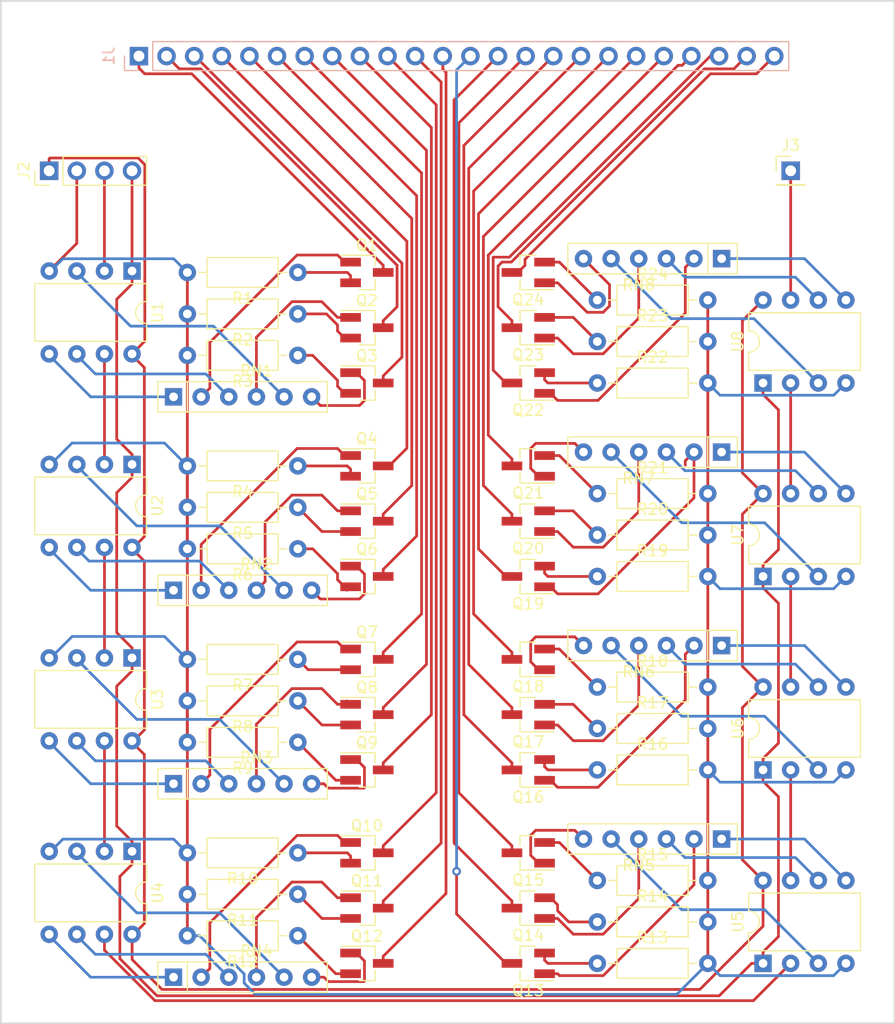
<source format=kicad_pcb>
(kicad_pcb (version 20171130) (host pcbnew "(5.0.0)")
  (layers (0 F.Cu signal) (31 B.Cu signal) (34 B.Paste user) (35 F.Paste user) (36 B.SilkS user) (37 F.SilkS user) (38 B.Mask user) (39 F.Mask user) (44 Edge.Cuts user))
  (net 0 "")
  (net 1 /R0)
  (net 2 /Controller0/R_RES_OUT)
  (net 3 /Controller0/G_RES_OUT)
  (net 4 /G0)
  (net 5 /B0)
  (net 6 /Controller0/B_RES_OUT)
  (net 7 /Controller1/R_RES_OUT)
  (net 8 /R1)
  (net 9 /G1)
  (net 10 /Controller1/G_RES_OUT)
  (net 11 /Controller1/B_RES_OUT)
  (net 12 /B1)
  (net 13 /Controller2/R_RES_OUT)
  (net 14 /R2)
  (net 15 /G2)
  (net 16 /Controller2/G_RES_OUT)
  (net 17 /Controller2/B_RES_OUT)
  (net 18 /B2)
  (net 19 /R3)
  (net 20 /Controller3/R_RES_OUT)
  (net 21 /Controller3/G_RES_OUT)
  (net 22 /G3)
  (net 23 /B3)
  (net 24 /Controller3/B_RES_OUT)
  (net 25 /Controller4/R_RES_OUT)
  (net 26 /R4)
  (net 27 /G4)
  (net 28 /Controller4/G_RES_OUT)
  (net 29 /B4)
  (net 30 /Controller4/B_RES_OUT)
  (net 31 /R5)
  (net 32 /Controller5/R_RES_OUT)
  (net 33 /Controller5/G_RES_OUT)
  (net 34 /G5)
  (net 35 /B5)
  (net 36 /Controller5/B_RES_OUT)
  (net 37 /Controller6/R_RES_OUT)
  (net 38 /R6)
  (net 39 /G6)
  (net 40 /Controller6/G_RES_OUT)
  (net 41 /Controller6/B_RES_OUT)
  (net 42 /B6)
  (net 43 /R7)
  (net 44 /Controller7/R_RES_OUT)
  (net 45 /Controller7/G_RES_OUT)
  (net 46 /G7)
  (net 47 /B7)
  (net 48 /Controller7/B_RES_OUT)
  (net 49 GND)
  (net 50 /Controller0/B_PWM)
  (net 51 /Controller0/G_PWM)
  (net 52 /Controller0/R_PWM)
  (net 53 /Controller1/B_PWM)
  (net 54 /Controller1/G_PWM)
  (net 55 /Controller1/R_PWM)
  (net 56 /Controller2/B_PWM)
  (net 57 /Controller2/G_PWM)
  (net 58 /Controller2/R_PWM)
  (net 59 /Controller3/R_PWM)
  (net 60 /Controller3/G_PWM)
  (net 61 /Controller3/B_PWM)
  (net 62 /Controller4/B_PWM)
  (net 63 /Controller4/G_PWM)
  (net 64 /Controller4/R_PWM)
  (net 65 /Controller5/B_PWM)
  (net 66 /Controller5/G_PWM)
  (net 67 /Controller5/R_PWM)
  (net 68 /Controller6/R_PWM)
  (net 69 /Controller6/G_PWM)
  (net 70 /Controller6/B_PWM)
  (net 71 /Controller7/B_PWM)
  (net 72 /Controller7/G_PWM)
  (net 73 /Controller7/R_PWM)
  (net 74 +5V)
  (net 75 /DIN)
  (net 76 /DCLK)
  (net 77 /Controller1/DIN)
  (net 78 /Controller2/DIN)
  (net 79 /Controller3/DIN)
  (net 80 /DOUT3)
  (net 81 /Controller5/DIN)
  (net 82 /Controller6/DIN)
  (net 83 /Controller7/DIN)
  (net 84 /DOUT)
  (net 85 "Net-(Q1-Pad2)")
  (net 86 "Net-(Q2-Pad2)")
  (net 87 "Net-(Q3-Pad2)")
  (net 88 "Net-(Q4-Pad2)")
  (net 89 "Net-(Q5-Pad2)")
  (net 90 "Net-(Q6-Pad2)")
  (net 91 "Net-(Q7-Pad2)")
  (net 92 "Net-(Q8-Pad2)")
  (net 93 "Net-(Q9-Pad2)")
  (net 94 "Net-(Q10-Pad2)")
  (net 95 "Net-(Q11-Pad2)")
  (net 96 "Net-(Q12-Pad2)")
  (net 97 "Net-(Q13-Pad2)")
  (net 98 "Net-(Q14-Pad2)")
  (net 99 "Net-(Q15-Pad2)")
  (net 100 "Net-(Q16-Pad2)")
  (net 101 "Net-(Q17-Pad2)")
  (net 102 "Net-(Q18-Pad2)")
  (net 103 "Net-(Q19-Pad2)")
  (net 104 "Net-(Q20-Pad2)")
  (net 105 "Net-(Q21-Pad2)")
  (net 106 "Net-(Q22-Pad2)")
  (net 107 "Net-(Q23-Pad2)")
  (net 108 "Net-(Q24-Pad2)")
  (module Connector_PinHeader_2.54mm:PinHeader_1x04_P2.54mm_Vertical (layer F.Cu) (at 61.595 71.501 90)
    (fp_text reference J2 (at 0 -2.33 90) (layer F.SilkS))
    (fp_text value Conn_01x04)
    (pad 4 thru_hole oval (at 0 7.62 90) (size 1.7 1.7) (drill 1) (layers *.Cu *.Mask) (net 76 /DCLK))
    (pad 3 thru_hole oval (at 0 5.08 90) (size 1.7 1.7) (drill 1) (layers *.Cu *.Mask) (net 75 /DIN))
    (pad 2 thru_hole oval (at 0 2.54 90) (size 1.7 1.7) (drill 1) (layers *.Cu *.Mask) (net 49 GND))
    (pad 1 thru_hole rect (at 0 0 90) (size 1.7 1.7) (drill 1) (layers *.Cu *.Mask) (net 74 +5V))
  )
  (module Package_TO_SOT_SMD:SOT-23_Handsoldering (layer F.Cu) (at 90.811762 80.844385)
    (fp_text reference Q1 (at 0 -2.5) (layer F.SilkS))
    (fp_text value 2N3904_SOT-23)
    (pad 3 smd rect (at 1.5 0) (size 1.9 0.8) (layers F.Cu F.Paste F.Mask) (net 1 /R0))
    (pad 2 smd rect (at -1.5 0.95) (size 1.9 0.8) (layers F.Cu F.Paste F.Mask) (net 85 "Net-(Q1-Pad2)"))
    (pad 1 smd rect (at -1.5 -0.95) (size 1.9 0.8) (layers F.Cu F.Paste F.Mask) (net 2 /Controller0/R_RES_OUT))
  )
  (module Package_TO_SOT_SMD:SOT-23_Handsoldering (layer F.Cu) (at 90.811762 85.924385)
    (fp_text reference Q2 (at 0 -2.5) (layer F.SilkS))
    (fp_text value 2N3904_SOT-23)
    (pad 1 smd rect (at -1.5 -0.95) (size 1.9 0.8) (layers F.Cu F.Paste F.Mask) (net 3 /Controller0/G_RES_OUT))
    (pad 2 smd rect (at -1.5 0.95) (size 1.9 0.8) (layers F.Cu F.Paste F.Mask) (net 86 "Net-(Q2-Pad2)"))
    (pad 3 smd rect (at 1.5 0) (size 1.9 0.8) (layers F.Cu F.Paste F.Mask) (net 4 /G0))
  )
  (module Package_TO_SOT_SMD:SOT-23_Handsoldering (layer F.Cu) (at 90.811762 91.004385)
    (fp_text reference Q3 (at 0 -2.5) (layer F.SilkS))
    (fp_text value 2N3904_SOT-23)
    (pad 1 smd rect (at -1.5 -0.95) (size 1.9 0.8) (layers F.Cu F.Paste F.Mask) (net 6 /Controller0/B_RES_OUT))
    (pad 2 smd rect (at -1.5 0.95) (size 1.9 0.8) (layers F.Cu F.Paste F.Mask) (net 87 "Net-(Q3-Pad2)"))
    (pad 3 smd rect (at 1.5 0) (size 1.9 0.8) (layers F.Cu F.Paste F.Mask) (net 5 /B0))
  )
  (module Package_TO_SOT_SMD:SOT-23_Handsoldering (layer F.Cu) (at 90.811762 98.624385)
    (fp_text reference Q4 (at 0 -2.5) (layer F.SilkS))
    (fp_text value 2N3904_SOT-23)
    (pad 3 smd rect (at 1.5 0) (size 1.9 0.8) (layers F.Cu F.Paste F.Mask) (net 8 /R1))
    (pad 2 smd rect (at -1.5 0.95) (size 1.9 0.8) (layers F.Cu F.Paste F.Mask) (net 88 "Net-(Q4-Pad2)"))
    (pad 1 smd rect (at -1.5 -0.95) (size 1.9 0.8) (layers F.Cu F.Paste F.Mask) (net 7 /Controller1/R_RES_OUT))
  )
  (module Package_TO_SOT_SMD:SOT-23_Handsoldering (layer F.Cu) (at 90.811762 103.704385)
    (fp_text reference Q5 (at 0 -2.5) (layer F.SilkS))
    (fp_text value 2N3904_SOT-23)
    (pad 1 smd rect (at -1.5 -0.95) (size 1.9 0.8) (layers F.Cu F.Paste F.Mask) (net 10 /Controller1/G_RES_OUT))
    (pad 2 smd rect (at -1.5 0.95) (size 1.9 0.8) (layers F.Cu F.Paste F.Mask) (net 89 "Net-(Q5-Pad2)"))
    (pad 3 smd rect (at 1.5 0) (size 1.9 0.8) (layers F.Cu F.Paste F.Mask) (net 9 /G1))
  )
  (module Package_TO_SOT_SMD:SOT-23_Handsoldering (layer F.Cu) (at 90.811762 108.784385)
    (fp_text reference Q6 (at 0 -2.5) (layer F.SilkS))
    (fp_text value 2N3904_SOT-23)
    (pad 1 smd rect (at -1.5 -0.95) (size 1.9 0.8) (layers F.Cu F.Paste F.Mask) (net 11 /Controller1/B_RES_OUT))
    (pad 2 smd rect (at -1.5 0.95) (size 1.9 0.8) (layers F.Cu F.Paste F.Mask) (net 90 "Net-(Q6-Pad2)"))
    (pad 3 smd rect (at 1.5 0) (size 1.9 0.8) (layers F.Cu F.Paste F.Mask) (net 12 /B1))
  )
  (module Package_TO_SOT_SMD:SOT-23_Handsoldering (layer F.Cu) (at 90.811762 116.404385)
    (fp_text reference Q7 (at 0 -2.5) (layer F.SilkS))
    (fp_text value 2N3904_SOT-23)
    (pad 3 smd rect (at 1.5 0) (size 1.9 0.8) (layers F.Cu F.Paste F.Mask) (net 14 /R2))
    (pad 2 smd rect (at -1.5 0.95) (size 1.9 0.8) (layers F.Cu F.Paste F.Mask) (net 91 "Net-(Q7-Pad2)"))
    (pad 1 smd rect (at -1.5 -0.95) (size 1.9 0.8) (layers F.Cu F.Paste F.Mask) (net 13 /Controller2/R_RES_OUT))
  )
  (module Package_TO_SOT_SMD:SOT-23_Handsoldering (layer F.Cu) (at 90.811762 121.484385)
    (fp_text reference Q8 (at 0 -2.5) (layer F.SilkS))
    (fp_text value 2N3904_SOT-23)
    (pad 1 smd rect (at -1.5 -0.95) (size 1.9 0.8) (layers F.Cu F.Paste F.Mask) (net 16 /Controller2/G_RES_OUT))
    (pad 2 smd rect (at -1.5 0.95) (size 1.9 0.8) (layers F.Cu F.Paste F.Mask) (net 92 "Net-(Q8-Pad2)"))
    (pad 3 smd rect (at 1.5 0) (size 1.9 0.8) (layers F.Cu F.Paste F.Mask) (net 15 /G2))
  )
  (module Package_TO_SOT_SMD:SOT-23_Handsoldering (layer F.Cu) (at 90.811762 126.564385)
    (fp_text reference Q9 (at 0 -2.5) (layer F.SilkS))
    (fp_text value 2N3904_SOT-23)
    (pad 3 smd rect (at 1.5 0) (size 1.9 0.8) (layers F.Cu F.Paste F.Mask) (net 18 /B2))
    (pad 2 smd rect (at -1.5 0.95) (size 1.9 0.8) (layers F.Cu F.Paste F.Mask) (net 93 "Net-(Q9-Pad2)"))
    (pad 1 smd rect (at -1.5 -0.95) (size 1.9 0.8) (layers F.Cu F.Paste F.Mask) (net 17 /Controller2/B_RES_OUT))
  )
  (module Package_TO_SOT_SMD:SOT-23_Handsoldering (layer F.Cu) (at 90.811762 134.184385)
    (fp_text reference Q10 (at 0 -2.5) (layer F.SilkS))
    (fp_text value 2N3904_SOT-23)
    (pad 3 smd rect (at 1.5 0) (size 1.9 0.8) (layers F.Cu F.Paste F.Mask) (net 19 /R3))
    (pad 2 smd rect (at -1.5 0.95) (size 1.9 0.8) (layers F.Cu F.Paste F.Mask) (net 94 "Net-(Q10-Pad2)"))
    (pad 1 smd rect (at -1.5 -0.95) (size 1.9 0.8) (layers F.Cu F.Paste F.Mask) (net 20 /Controller3/R_RES_OUT))
  )
  (module Package_TO_SOT_SMD:SOT-23_Handsoldering (layer F.Cu) (at 90.811762 139.264385)
    (fp_text reference Q11 (at 0 -2.5) (layer F.SilkS))
    (fp_text value 2N3904_SOT-23)
    (pad 1 smd rect (at -1.5 -0.95) (size 1.9 0.8) (layers F.Cu F.Paste F.Mask) (net 21 /Controller3/G_RES_OUT))
    (pad 2 smd rect (at -1.5 0.95) (size 1.9 0.8) (layers F.Cu F.Paste F.Mask) (net 95 "Net-(Q11-Pad2)"))
    (pad 3 smd rect (at 1.5 0) (size 1.9 0.8) (layers F.Cu F.Paste F.Mask) (net 22 /G3))
  )
  (module Package_TO_SOT_SMD:SOT-23_Handsoldering (layer F.Cu) (at 90.811762 144.344385)
    (fp_text reference Q12 (at 0 -2.5) (layer F.SilkS))
    (fp_text value 2N3904_SOT-23)
    (pad 1 smd rect (at -1.5 -0.95) (size 1.9 0.8) (layers F.Cu F.Paste F.Mask) (net 24 /Controller3/B_RES_OUT))
    (pad 2 smd rect (at -1.5 0.95) (size 1.9 0.8) (layers F.Cu F.Paste F.Mask) (net 96 "Net-(Q12-Pad2)"))
    (pad 3 smd rect (at 1.5 0) (size 1.9 0.8) (layers F.Cu F.Paste F.Mask) (net 23 /B3))
  )
  (module Package_TO_SOT_SMD:SOT-23_Handsoldering (layer F.Cu) (at 105.648516 144.343883 180)
    (fp_text reference Q13 (at 0 -2.5 180) (layer F.SilkS))
    (fp_text value 2N3904_SOT-23)
    (pad 3 smd rect (at 1.5 0 180) (size 1.9 0.8) (layers F.Cu F.Paste F.Mask) (net 26 /R4))
    (pad 2 smd rect (at -1.5 0.95 180) (size 1.9 0.8) (layers F.Cu F.Paste F.Mask) (net 97 "Net-(Q13-Pad2)"))
    (pad 1 smd rect (at -1.5 -0.95 180) (size 1.9 0.8) (layers F.Cu F.Paste F.Mask) (net 25 /Controller4/R_RES_OUT))
  )
  (module Package_TO_SOT_SMD:SOT-23_Handsoldering (layer F.Cu) (at 105.648516 139.263883 180)
    (fp_text reference Q14 (at 0 -2.5 180) (layer F.SilkS))
    (fp_text value 2N3904_SOT-23)
    (pad 1 smd rect (at -1.5 -0.95 180) (size 1.9 0.8) (layers F.Cu F.Paste F.Mask) (net 28 /Controller4/G_RES_OUT))
    (pad 2 smd rect (at -1.5 0.95 180) (size 1.9 0.8) (layers F.Cu F.Paste F.Mask) (net 98 "Net-(Q14-Pad2)"))
    (pad 3 smd rect (at 1.5 0 180) (size 1.9 0.8) (layers F.Cu F.Paste F.Mask) (net 27 /G4))
  )
  (module Package_TO_SOT_SMD:SOT-23_Handsoldering (layer F.Cu) (at 105.648516 134.183883 180)
    (fp_text reference Q15 (at 0 -2.5 180) (layer F.SilkS))
    (fp_text value 2N3904_SOT-23)
    (pad 1 smd rect (at -1.5 -0.95 180) (size 1.9 0.8) (layers F.Cu F.Paste F.Mask) (net 30 /Controller4/B_RES_OUT))
    (pad 2 smd rect (at -1.5 0.95 180) (size 1.9 0.8) (layers F.Cu F.Paste F.Mask) (net 99 "Net-(Q15-Pad2)"))
    (pad 3 smd rect (at 1.5 0 180) (size 1.9 0.8) (layers F.Cu F.Paste F.Mask) (net 29 /B4))
  )
  (module Package_TO_SOT_SMD:SOT-23_Handsoldering (layer F.Cu) (at 105.648516 126.563883 180)
    (fp_text reference Q16 (at 0 -2.5 180) (layer F.SilkS))
    (fp_text value 2N3904_SOT-23)
    (pad 1 smd rect (at -1.5 -0.95 180) (size 1.9 0.8) (layers F.Cu F.Paste F.Mask) (net 32 /Controller5/R_RES_OUT))
    (pad 2 smd rect (at -1.5 0.95 180) (size 1.9 0.8) (layers F.Cu F.Paste F.Mask) (net 100 "Net-(Q16-Pad2)"))
    (pad 3 smd rect (at 1.5 0 180) (size 1.9 0.8) (layers F.Cu F.Paste F.Mask) (net 31 /R5))
  )
  (module Package_TO_SOT_SMD:SOT-23_Handsoldering (layer F.Cu) (at 105.648516 121.483883 180)
    (fp_text reference Q17 (at 0 -2.5 180) (layer F.SilkS))
    (fp_text value 2N3904_SOT-23)
    (pad 3 smd rect (at 1.5 0 180) (size 1.9 0.8) (layers F.Cu F.Paste F.Mask) (net 34 /G5))
    (pad 2 smd rect (at -1.5 0.95 180) (size 1.9 0.8) (layers F.Cu F.Paste F.Mask) (net 101 "Net-(Q17-Pad2)"))
    (pad 1 smd rect (at -1.5 -0.95 180) (size 1.9 0.8) (layers F.Cu F.Paste F.Mask) (net 33 /Controller5/G_RES_OUT))
  )
  (module Package_TO_SOT_SMD:SOT-23_Handsoldering (layer F.Cu) (at 105.648516 116.403883 180)
    (fp_text reference Q18 (at 0 -2.5 180) (layer F.SilkS))
    (fp_text value 2N3904_SOT-23)
    (pad 3 smd rect (at 1.5 0 180) (size 1.9 0.8) (layers F.Cu F.Paste F.Mask) (net 35 /B5))
    (pad 2 smd rect (at -1.5 0.95 180) (size 1.9 0.8) (layers F.Cu F.Paste F.Mask) (net 102 "Net-(Q18-Pad2)"))
    (pad 1 smd rect (at -1.5 -0.95 180) (size 1.9 0.8) (layers F.Cu F.Paste F.Mask) (net 36 /Controller5/B_RES_OUT))
  )
  (module Package_TO_SOT_SMD:SOT-23_Handsoldering (layer F.Cu) (at 105.648516 108.783883 180)
    (fp_text reference Q19 (at 0 -2.5 180) (layer F.SilkS))
    (fp_text value 2N3904_SOT-23)
    (pad 3 smd rect (at 1.5 0 180) (size 1.9 0.8) (layers F.Cu F.Paste F.Mask) (net 38 /R6))
    (pad 2 smd rect (at -1.5 0.95 180) (size 1.9 0.8) (layers F.Cu F.Paste F.Mask) (net 103 "Net-(Q19-Pad2)"))
    (pad 1 smd rect (at -1.5 -0.95 180) (size 1.9 0.8) (layers F.Cu F.Paste F.Mask) (net 37 /Controller6/R_RES_OUT))
  )
  (module Package_TO_SOT_SMD:SOT-23_Handsoldering (layer F.Cu) (at 105.648516 103.703883 180)
    (fp_text reference Q20 (at 0 -2.5 180) (layer F.SilkS))
    (fp_text value 2N3904_SOT-23)
    (pad 3 smd rect (at 1.5 0 180) (size 1.9 0.8) (layers F.Cu F.Paste F.Mask) (net 39 /G6))
    (pad 2 smd rect (at -1.5 0.95 180) (size 1.9 0.8) (layers F.Cu F.Paste F.Mask) (net 104 "Net-(Q20-Pad2)"))
    (pad 1 smd rect (at -1.5 -0.95 180) (size 1.9 0.8) (layers F.Cu F.Paste F.Mask) (net 40 /Controller6/G_RES_OUT))
  )
  (module Package_TO_SOT_SMD:SOT-23_Handsoldering (layer F.Cu) (at 105.648516 98.623883 180)
    (fp_text reference Q21 (at 0 -2.5 180) (layer F.SilkS))
    (fp_text value 2N3904_SOT-23)
    (pad 3 smd rect (at 1.5 0 180) (size 1.9 0.8) (layers F.Cu F.Paste F.Mask) (net 42 /B6))
    (pad 2 smd rect (at -1.5 0.95 180) (size 1.9 0.8) (layers F.Cu F.Paste F.Mask) (net 105 "Net-(Q21-Pad2)"))
    (pad 1 smd rect (at -1.5 -0.95 180) (size 1.9 0.8) (layers F.Cu F.Paste F.Mask) (net 41 /Controller6/B_RES_OUT))
  )
  (module Package_TO_SOT_SMD:SOT-23_Handsoldering (layer F.Cu) (at 105.648516 91.003883 180)
    (fp_text reference Q22 (at 0 -2.5 180) (layer F.SilkS))
    (fp_text value 2N3904_SOT-23)
    (pad 1 smd rect (at -1.5 -0.95 180) (size 1.9 0.8) (layers F.Cu F.Paste F.Mask) (net 44 /Controller7/R_RES_OUT))
    (pad 2 smd rect (at -1.5 0.95 180) (size 1.9 0.8) (layers F.Cu F.Paste F.Mask) (net 106 "Net-(Q22-Pad2)"))
    (pad 3 smd rect (at 1.5 0 180) (size 1.9 0.8) (layers F.Cu F.Paste F.Mask) (net 43 /R7))
  )
  (module Package_TO_SOT_SMD:SOT-23_Handsoldering (layer F.Cu) (at 105.648516 85.923883 180)
    (fp_text reference Q23 (at 0 -2.5 180) (layer F.SilkS))
    (fp_text value 2N3904_SOT-23)
    (pad 1 smd rect (at -1.5 -0.95 180) (size 1.9 0.8) (layers F.Cu F.Paste F.Mask) (net 45 /Controller7/G_RES_OUT))
    (pad 2 smd rect (at -1.5 0.95 180) (size 1.9 0.8) (layers F.Cu F.Paste F.Mask) (net 107 "Net-(Q23-Pad2)"))
    (pad 3 smd rect (at 1.5 0 180) (size 1.9 0.8) (layers F.Cu F.Paste F.Mask) (net 46 /G7))
  )
  (module Package_TO_SOT_SMD:SOT-23_Handsoldering (layer F.Cu) (at 105.648516 80.843883 180)
    (fp_text reference Q24 (at 0 -2.5 180) (layer F.SilkS))
    (fp_text value 2N3904_SOT-23)
    (pad 3 smd rect (at 1.5 0 180) (size 1.9 0.8) (layers F.Cu F.Paste F.Mask) (net 47 /B7))
    (pad 2 smd rect (at -1.5 0.95 180) (size 1.9 0.8) (layers F.Cu F.Paste F.Mask) (net 108 "Net-(Q24-Pad2)"))
    (pad 1 smd rect (at -1.5 -0.95 180) (size 1.9 0.8) (layers F.Cu F.Paste F.Mask) (net 48 /Controller7/B_RES_OUT))
  )
  (module Resistor_THT:R_Axial_DIN0207_L6.3mm_D2.5mm_P10.16mm_Horizontal (layer F.Cu) (at 84.461762 80.844385 180)
    (fp_text reference R1 (at 5.08 -2.37 180) (layer F.SilkS))
    (fp_text value 100)
    (pad 1 thru_hole circle (at 0 0 180) (size 1.6 1.6) (drill 0.8) (layers *.Cu *.Mask) (net 85 "Net-(Q1-Pad2)"))
    (pad 2 thru_hole oval (at 10.16 0 180) (size 1.6 1.6) (drill 0.8) (layers *.Cu *.Mask) (net 49 GND))
  )
  (module Resistor_THT:R_Axial_DIN0207_L6.3mm_D2.5mm_P10.16mm_Horizontal (layer F.Cu) (at 84.461762 84.654385 180)
    (fp_text reference R2 (at 5.08 -2.37 180) (layer F.SilkS))
    (fp_text value 150)
    (pad 2 thru_hole oval (at 10.16 0 180) (size 1.6 1.6) (drill 0.8) (layers *.Cu *.Mask) (net 49 GND))
    (pad 1 thru_hole circle (at 0 0 180) (size 1.6 1.6) (drill 0.8) (layers *.Cu *.Mask) (net 86 "Net-(Q2-Pad2)"))
  )
  (module Resistor_THT:R_Axial_DIN0207_L6.3mm_D2.5mm_P10.16mm_Horizontal (layer F.Cu) (at 84.461762 88.464385 180)
    (fp_text reference R3 (at 5.08 -2.37 180) (layer F.SilkS))
    (fp_text value 150)
    (pad 1 thru_hole circle (at 0 0 180) (size 1.6 1.6) (drill 0.8) (layers *.Cu *.Mask) (net 87 "Net-(Q3-Pad2)"))
    (pad 2 thru_hole oval (at 10.16 0 180) (size 1.6 1.6) (drill 0.8) (layers *.Cu *.Mask) (net 49 GND))
  )
  (module Resistor_THT:R_Axial_DIN0207_L6.3mm_D2.5mm_P10.16mm_Horizontal (layer F.Cu) (at 84.461762 98.624385 180)
    (fp_text reference R4 (at 5.08 -2.37 180) (layer F.SilkS))
    (fp_text value 100)
    (pad 1 thru_hole circle (at 0 0 180) (size 1.6 1.6) (drill 0.8) (layers *.Cu *.Mask) (net 88 "Net-(Q4-Pad2)"))
    (pad 2 thru_hole oval (at 10.16 0 180) (size 1.6 1.6) (drill 0.8) (layers *.Cu *.Mask) (net 49 GND))
  )
  (module Resistor_THT:R_Axial_DIN0207_L6.3mm_D2.5mm_P10.16mm_Horizontal (layer F.Cu) (at 84.461762 102.434385 180)
    (fp_text reference R5 (at 5.08 -2.37 180) (layer F.SilkS))
    (fp_text value 150)
    (pad 1 thru_hole circle (at 0 0 180) (size 1.6 1.6) (drill 0.8) (layers *.Cu *.Mask) (net 89 "Net-(Q5-Pad2)"))
    (pad 2 thru_hole oval (at 10.16 0 180) (size 1.6 1.6) (drill 0.8) (layers *.Cu *.Mask) (net 49 GND))
  )
  (module Resistor_THT:R_Axial_DIN0207_L6.3mm_D2.5mm_P10.16mm_Horizontal (layer F.Cu) (at 84.461762 106.244385 180)
    (fp_text reference R6 (at 5.08 -2.37 180) (layer F.SilkS))
    (fp_text value 150)
    (pad 2 thru_hole oval (at 10.16 0 180) (size 1.6 1.6) (drill 0.8) (layers *.Cu *.Mask) (net 49 GND))
    (pad 1 thru_hole circle (at 0 0 180) (size 1.6 1.6) (drill 0.8) (layers *.Cu *.Mask) (net 90 "Net-(Q6-Pad2)"))
  )
  (module Resistor_THT:R_Axial_DIN0207_L6.3mm_D2.5mm_P10.16mm_Horizontal (layer F.Cu) (at 84.461762 116.404385 180)
    (fp_text reference R7 (at 5.08 -2.37 180) (layer F.SilkS))
    (fp_text value 100)
    (pad 1 thru_hole circle (at 0 0 180) (size 1.6 1.6) (drill 0.8) (layers *.Cu *.Mask) (net 91 "Net-(Q7-Pad2)"))
    (pad 2 thru_hole oval (at 10.16 0 180) (size 1.6 1.6) (drill 0.8) (layers *.Cu *.Mask) (net 49 GND))
  )
  (module Resistor_THT:R_Axial_DIN0207_L6.3mm_D2.5mm_P10.16mm_Horizontal (layer F.Cu) (at 84.461762 120.214385 180)
    (fp_text reference R8 (at 5.08 -2.37 180) (layer F.SilkS))
    (fp_text value 150)
    (pad 2 thru_hole oval (at 10.16 0 180) (size 1.6 1.6) (drill 0.8) (layers *.Cu *.Mask) (net 49 GND))
    (pad 1 thru_hole circle (at 0 0 180) (size 1.6 1.6) (drill 0.8) (layers *.Cu *.Mask) (net 92 "Net-(Q8-Pad2)"))
  )
  (module Resistor_THT:R_Axial_DIN0207_L6.3mm_D2.5mm_P10.16mm_Horizontal (layer F.Cu) (at 84.461762 124.024385 180)
    (fp_text reference R9 (at 5.08 -2.37 180) (layer F.SilkS))
    (fp_text value 150)
    (pad 1 thru_hole circle (at 0 0 180) (size 1.6 1.6) (drill 0.8) (layers *.Cu *.Mask) (net 93 "Net-(Q9-Pad2)"))
    (pad 2 thru_hole oval (at 10.16 0 180) (size 1.6 1.6) (drill 0.8) (layers *.Cu *.Mask) (net 49 GND))
  )
  (module Resistor_THT:R_Axial_DIN0207_L6.3mm_D2.5mm_P10.16mm_Horizontal (layer F.Cu) (at 84.461762 134.184385 180)
    (fp_text reference R10 (at 5.08 -2.37 180) (layer F.SilkS))
    (fp_text value 100)
    (pad 2 thru_hole oval (at 10.16 0 180) (size 1.6 1.6) (drill 0.8) (layers *.Cu *.Mask) (net 49 GND))
    (pad 1 thru_hole circle (at 0 0 180) (size 1.6 1.6) (drill 0.8) (layers *.Cu *.Mask) (net 94 "Net-(Q10-Pad2)"))
  )
  (module Resistor_THT:R_Axial_DIN0207_L6.3mm_D2.5mm_P10.16mm_Horizontal (layer F.Cu) (at 84.461762 137.994385 180)
    (fp_text reference R11 (at 5.08 -2.37 180) (layer F.SilkS))
    (fp_text value 150)
    (pad 1 thru_hole circle (at 0 0 180) (size 1.6 1.6) (drill 0.8) (layers *.Cu *.Mask) (net 95 "Net-(Q11-Pad2)"))
    (pad 2 thru_hole oval (at 10.16 0 180) (size 1.6 1.6) (drill 0.8) (layers *.Cu *.Mask) (net 49 GND))
  )
  (module Resistor_THT:R_Axial_DIN0207_L6.3mm_D2.5mm_P10.16mm_Horizontal (layer F.Cu) (at 84.461762 141.804385 180)
    (fp_text reference R12 (at 5.08 -2.37 180) (layer F.SilkS))
    (fp_text value 150)
    (pad 2 thru_hole oval (at 10.16 0 180) (size 1.6 1.6) (drill 0.8) (layers *.Cu *.Mask) (net 49 GND))
    (pad 1 thru_hole circle (at 0 0 180) (size 1.6 1.6) (drill 0.8) (layers *.Cu *.Mask) (net 96 "Net-(Q12-Pad2)"))
  )
  (module Resistor_THT:R_Axial_DIN0207_L6.3mm_D2.5mm_P10.16mm_Horizontal (layer F.Cu) (at 111.998516 144.343883)
    (fp_text reference R13 (at 5.08 -2.37) (layer F.SilkS))
    (fp_text value 100)
    (pad 2 thru_hole oval (at 10.16 0) (size 1.6 1.6) (drill 0.8) (layers *.Cu *.Mask) (net 49 GND))
    (pad 1 thru_hole circle (at 0 0) (size 1.6 1.6) (drill 0.8) (layers *.Cu *.Mask) (net 97 "Net-(Q13-Pad2)"))
  )
  (module Resistor_THT:R_Axial_DIN0207_L6.3mm_D2.5mm_P10.16mm_Horizontal (layer F.Cu) (at 111.998516 140.533883)
    (fp_text reference R14 (at 5.08 -2.37) (layer F.SilkS))
    (fp_text value 150)
    (pad 2 thru_hole oval (at 10.16 0) (size 1.6 1.6) (drill 0.8) (layers *.Cu *.Mask) (net 49 GND))
    (pad 1 thru_hole circle (at 0 0) (size 1.6 1.6) (drill 0.8) (layers *.Cu *.Mask) (net 98 "Net-(Q14-Pad2)"))
  )
  (module Resistor_THT:R_Axial_DIN0207_L6.3mm_D2.5mm_P10.16mm_Horizontal (layer F.Cu) (at 111.998516 136.723883)
    (fp_text reference R15 (at 5.08 -2.37) (layer F.SilkS))
    (fp_text value 150)
    (pad 1 thru_hole circle (at 0 0) (size 1.6 1.6) (drill 0.8) (layers *.Cu *.Mask) (net 99 "Net-(Q15-Pad2)"))
    (pad 2 thru_hole oval (at 10.16 0) (size 1.6 1.6) (drill 0.8) (layers *.Cu *.Mask) (net 49 GND))
  )
  (module Resistor_THT:R_Axial_DIN0207_L6.3mm_D2.5mm_P10.16mm_Horizontal (layer F.Cu) (at 111.998516 126.563883)
    (fp_text reference R16 (at 5.08 -2.37) (layer F.SilkS))
    (fp_text value 100)
    (pad 1 thru_hole circle (at 0 0) (size 1.6 1.6) (drill 0.8) (layers *.Cu *.Mask) (net 100 "Net-(Q16-Pad2)"))
    (pad 2 thru_hole oval (at 10.16 0) (size 1.6 1.6) (drill 0.8) (layers *.Cu *.Mask) (net 49 GND))
  )
  (module Resistor_THT:R_Axial_DIN0207_L6.3mm_D2.5mm_P10.16mm_Horizontal (layer F.Cu) (at 111.998516 122.753883)
    (fp_text reference R17 (at 5.08 -2.37) (layer F.SilkS))
    (fp_text value 150)
    (pad 2 thru_hole oval (at 10.16 0) (size 1.6 1.6) (drill 0.8) (layers *.Cu *.Mask) (net 49 GND))
    (pad 1 thru_hole circle (at 0 0) (size 1.6 1.6) (drill 0.8) (layers *.Cu *.Mask) (net 101 "Net-(Q17-Pad2)"))
  )
  (module Resistor_THT:R_Axial_DIN0207_L6.3mm_D2.5mm_P10.16mm_Horizontal (layer F.Cu) (at 111.998516 118.943883)
    (fp_text reference R18 (at 5.08 -2.37) (layer F.SilkS))
    (fp_text value 150)
    (pad 1 thru_hole circle (at 0 0) (size 1.6 1.6) (drill 0.8) (layers *.Cu *.Mask) (net 102 "Net-(Q18-Pad2)"))
    (pad 2 thru_hole oval (at 10.16 0) (size 1.6 1.6) (drill 0.8) (layers *.Cu *.Mask) (net 49 GND))
  )
  (module Resistor_THT:R_Axial_DIN0207_L6.3mm_D2.5mm_P10.16mm_Horizontal (layer F.Cu) (at 111.998516 108.783883)
    (fp_text reference R19 (at 5.08 -2.37) (layer F.SilkS))
    (fp_text value 100)
    (pad 1 thru_hole circle (at 0 0) (size 1.6 1.6) (drill 0.8) (layers *.Cu *.Mask) (net 103 "Net-(Q19-Pad2)"))
    (pad 2 thru_hole oval (at 10.16 0) (size 1.6 1.6) (drill 0.8) (layers *.Cu *.Mask) (net 49 GND))
  )
  (module Resistor_THT:R_Axial_DIN0207_L6.3mm_D2.5mm_P10.16mm_Horizontal (layer F.Cu) (at 111.998516 104.973883)
    (fp_text reference R20 (at 5.08 -2.37) (layer F.SilkS))
    (fp_text value 150)
    (pad 1 thru_hole circle (at 0 0) (size 1.6 1.6) (drill 0.8) (layers *.Cu *.Mask) (net 104 "Net-(Q20-Pad2)"))
    (pad 2 thru_hole oval (at 10.16 0) (size 1.6 1.6) (drill 0.8) (layers *.Cu *.Mask) (net 49 GND))
  )
  (module Resistor_THT:R_Axial_DIN0207_L6.3mm_D2.5mm_P10.16mm_Horizontal (layer F.Cu) (at 111.998516 101.163884)
    (fp_text reference R21 (at 5.08 -2.37) (layer F.SilkS))
    (fp_text value 150)
    (pad 2 thru_hole oval (at 10.16 0) (size 1.6 1.6) (drill 0.8) (layers *.Cu *.Mask) (net 49 GND))
    (pad 1 thru_hole circle (at 0 0) (size 1.6 1.6) (drill 0.8) (layers *.Cu *.Mask) (net 105 "Net-(Q21-Pad2)"))
  )
  (module Resistor_THT:R_Axial_DIN0207_L6.3mm_D2.5mm_P10.16mm_Horizontal (layer F.Cu) (at 111.998516 91.003883)
    (fp_text reference R22 (at 5.08 -2.37) (layer F.SilkS))
    (fp_text value 100)
    (pad 1 thru_hole circle (at 0 0) (size 1.6 1.6) (drill 0.8) (layers *.Cu *.Mask) (net 106 "Net-(Q22-Pad2)"))
    (pad 2 thru_hole oval (at 10.16 0) (size 1.6 1.6) (drill 0.8) (layers *.Cu *.Mask) (net 49 GND))
  )
  (module Resistor_THT:R_Axial_DIN0207_L6.3mm_D2.5mm_P10.16mm_Horizontal (layer F.Cu) (at 111.998516 87.193883)
    (fp_text reference R23 (at 5.08 -2.37) (layer F.SilkS))
    (fp_text value 150)
    (pad 2 thru_hole oval (at 10.16 0) (size 1.6 1.6) (drill 0.8) (layers *.Cu *.Mask) (net 49 GND))
    (pad 1 thru_hole circle (at 0 0) (size 1.6 1.6) (drill 0.8) (layers *.Cu *.Mask) (net 107 "Net-(Q23-Pad2)"))
  )
  (module Resistor_THT:R_Axial_DIN0207_L6.3mm_D2.5mm_P10.16mm_Horizontal (layer F.Cu) (at 111.998516 83.383883)
    (fp_text reference R24 (at 5.08 -2.37) (layer F.SilkS))
    (fp_text value 150)
    (pad 2 thru_hole oval (at 10.16 0) (size 1.6 1.6) (drill 0.8) (layers *.Cu *.Mask) (net 49 GND))
    (pad 1 thru_hole circle (at 0 0) (size 1.6 1.6) (drill 0.8) (layers *.Cu *.Mask) (net 108 "Net-(Q24-Pad2)"))
  )
  (module Resistor_THT:R_Array_SIP6 (layer F.Cu) (at 73.031762 92.274385)
    (fp_text reference RN1 (at 7.62 -2.4) (layer F.SilkS))
    (fp_text value R_Pack03_SIP_10k)
    (pad 6 thru_hole oval (at 12.7 0) (size 1.6 1.6) (drill 0.8) (layers *.Cu *.Mask) (net 6 /Controller0/B_RES_OUT))
    (pad 5 thru_hole oval (at 10.16 0) (size 1.6 1.6) (drill 0.8) (layers *.Cu *.Mask) (net 50 /Controller0/B_PWM))
    (pad 4 thru_hole oval (at 7.62 0) (size 1.6 1.6) (drill 0.8) (layers *.Cu *.Mask) (net 3 /Controller0/G_RES_OUT))
    (pad 3 thru_hole oval (at 5.08 0) (size 1.6 1.6) (drill 0.8) (layers *.Cu *.Mask) (net 51 /Controller0/G_PWM))
    (pad 2 thru_hole oval (at 2.54 0) (size 1.6 1.6) (drill 0.8) (layers *.Cu *.Mask) (net 2 /Controller0/R_RES_OUT))
    (pad 1 thru_hole rect (at 0 0) (size 1.6 1.6) (drill 0.8) (layers *.Cu *.Mask) (net 52 /Controller0/R_PWM))
  )
  (module Resistor_THT:R_Array_SIP6 (layer F.Cu) (at 73.031762 110.054384)
    (fp_text reference RN2 (at 7.62 -2.4) (layer F.SilkS))
    (fp_text value R_Pack03_SIP_10k)
    (pad 6 thru_hole oval (at 12.7 0) (size 1.6 1.6) (drill 0.8) (layers *.Cu *.Mask) (net 11 /Controller1/B_RES_OUT))
    (pad 5 thru_hole oval (at 10.16 0) (size 1.6 1.6) (drill 0.8) (layers *.Cu *.Mask) (net 53 /Controller1/B_PWM))
    (pad 4 thru_hole oval (at 7.62 0) (size 1.6 1.6) (drill 0.8) (layers *.Cu *.Mask) (net 10 /Controller1/G_RES_OUT))
    (pad 3 thru_hole oval (at 5.08 0) (size 1.6 1.6) (drill 0.8) (layers *.Cu *.Mask) (net 54 /Controller1/G_PWM))
    (pad 2 thru_hole oval (at 2.54 0) (size 1.6 1.6) (drill 0.8) (layers *.Cu *.Mask) (net 7 /Controller1/R_RES_OUT))
    (pad 1 thru_hole rect (at 0 0) (size 1.6 1.6) (drill 0.8) (layers *.Cu *.Mask) (net 55 /Controller1/R_PWM))
  )
  (module Resistor_THT:R_Array_SIP6 (layer F.Cu) (at 73.031762 127.834385)
    (fp_text reference RN3 (at 7.62 -2.4) (layer F.SilkS))
    (fp_text value R_Pack03_SIP_10k)
    (pad 1 thru_hole rect (at 0 0) (size 1.6 1.6) (drill 0.8) (layers *.Cu *.Mask) (net 58 /Controller2/R_PWM))
    (pad 2 thru_hole oval (at 2.54 0) (size 1.6 1.6) (drill 0.8) (layers *.Cu *.Mask) (net 13 /Controller2/R_RES_OUT))
    (pad 3 thru_hole oval (at 5.08 0) (size 1.6 1.6) (drill 0.8) (layers *.Cu *.Mask) (net 57 /Controller2/G_PWM))
    (pad 4 thru_hole oval (at 7.62 0) (size 1.6 1.6) (drill 0.8) (layers *.Cu *.Mask) (net 16 /Controller2/G_RES_OUT))
    (pad 5 thru_hole oval (at 10.16 0) (size 1.6 1.6) (drill 0.8) (layers *.Cu *.Mask) (net 56 /Controller2/B_PWM))
    (pad 6 thru_hole oval (at 12.7 0) (size 1.6 1.6) (drill 0.8) (layers *.Cu *.Mask) (net 17 /Controller2/B_RES_OUT))
  )
  (module Resistor_THT:R_Array_SIP6 (layer F.Cu) (at 73.031762 145.614385)
    (fp_text reference RN4 (at 7.62 -2.4) (layer F.SilkS))
    (fp_text value R_Pack03_SIP_10k)
    (pad 6 thru_hole oval (at 12.7 0) (size 1.6 1.6) (drill 0.8) (layers *.Cu *.Mask) (net 24 /Controller3/B_RES_OUT))
    (pad 5 thru_hole oval (at 10.16 0) (size 1.6 1.6) (drill 0.8) (layers *.Cu *.Mask) (net 61 /Controller3/B_PWM))
    (pad 4 thru_hole oval (at 7.62 0) (size 1.6 1.6) (drill 0.8) (layers *.Cu *.Mask) (net 21 /Controller3/G_RES_OUT))
    (pad 3 thru_hole oval (at 5.08 0) (size 1.6 1.6) (drill 0.8) (layers *.Cu *.Mask) (net 60 /Controller3/G_PWM))
    (pad 2 thru_hole oval (at 2.54 0) (size 1.6 1.6) (drill 0.8) (layers *.Cu *.Mask) (net 20 /Controller3/R_RES_OUT))
    (pad 1 thru_hole rect (at 0 0) (size 1.6 1.6) (drill 0.8) (layers *.Cu *.Mask) (net 59 /Controller3/R_PWM))
  )
  (module Resistor_THT:R_Array_SIP6 (layer F.Cu) (at 123.428516 132.913883 180)
    (fp_text reference RN5 (at 7.62 -2.4 180) (layer F.SilkS))
    (fp_text value R_Pack03_SIP_10k)
    (pad 1 thru_hole rect (at 0 0 180) (size 1.6 1.6) (drill 0.8) (layers *.Cu *.Mask) (net 64 /Controller4/R_PWM))
    (pad 2 thru_hole oval (at 2.54 0 180) (size 1.6 1.6) (drill 0.8) (layers *.Cu *.Mask) (net 25 /Controller4/R_RES_OUT))
    (pad 3 thru_hole oval (at 5.08 0 180) (size 1.6 1.6) (drill 0.8) (layers *.Cu *.Mask) (net 63 /Controller4/G_PWM))
    (pad 4 thru_hole oval (at 7.62 0 180) (size 1.6 1.6) (drill 0.8) (layers *.Cu *.Mask) (net 28 /Controller4/G_RES_OUT))
    (pad 5 thru_hole oval (at 10.16 0 180) (size 1.6 1.6) (drill 0.8) (layers *.Cu *.Mask) (net 62 /Controller4/B_PWM))
    (pad 6 thru_hole oval (at 12.7 0 180) (size 1.6 1.6) (drill 0.8) (layers *.Cu *.Mask) (net 30 /Controller4/B_RES_OUT))
  )
  (module Resistor_THT:R_Array_SIP6 (layer F.Cu) (at 123.428516 115.133883 180)
    (fp_text reference RN6 (at 7.62 -2.4 180) (layer F.SilkS))
    (fp_text value R_Pack03_SIP_10k)
    (pad 1 thru_hole rect (at 0 0 180) (size 1.6 1.6) (drill 0.8) (layers *.Cu *.Mask) (net 67 /Controller5/R_PWM))
    (pad 2 thru_hole oval (at 2.54 0 180) (size 1.6 1.6) (drill 0.8) (layers *.Cu *.Mask) (net 32 /Controller5/R_RES_OUT))
    (pad 3 thru_hole oval (at 5.08 0 180) (size 1.6 1.6) (drill 0.8) (layers *.Cu *.Mask) (net 66 /Controller5/G_PWM))
    (pad 4 thru_hole oval (at 7.62 0 180) (size 1.6 1.6) (drill 0.8) (layers *.Cu *.Mask) (net 33 /Controller5/G_RES_OUT))
    (pad 5 thru_hole oval (at 10.16 0 180) (size 1.6 1.6) (drill 0.8) (layers *.Cu *.Mask) (net 65 /Controller5/B_PWM))
    (pad 6 thru_hole oval (at 12.7 0 180) (size 1.6 1.6) (drill 0.8) (layers *.Cu *.Mask) (net 36 /Controller5/B_RES_OUT))
  )
  (module Resistor_THT:R_Array_SIP6 (layer F.Cu) (at 123.428516 97.353883 180)
    (fp_text reference RN7 (at 7.62 -2.4 180) (layer F.SilkS))
    (fp_text value R_Pack03_SIP_10k)
    (pad 6 thru_hole oval (at 12.7 0 180) (size 1.6 1.6) (drill 0.8) (layers *.Cu *.Mask) (net 41 /Controller6/B_RES_OUT))
    (pad 5 thru_hole oval (at 10.16 0 180) (size 1.6 1.6) (drill 0.8) (layers *.Cu *.Mask) (net 70 /Controller6/B_PWM))
    (pad 4 thru_hole oval (at 7.62 0 180) (size 1.6 1.6) (drill 0.8) (layers *.Cu *.Mask) (net 40 /Controller6/G_RES_OUT))
    (pad 3 thru_hole oval (at 5.08 0 180) (size 1.6 1.6) (drill 0.8) (layers *.Cu *.Mask) (net 69 /Controller6/G_PWM))
    (pad 2 thru_hole oval (at 2.54 0 180) (size 1.6 1.6) (drill 0.8) (layers *.Cu *.Mask) (net 37 /Controller6/R_RES_OUT))
    (pad 1 thru_hole rect (at 0 0 180) (size 1.6 1.6) (drill 0.8) (layers *.Cu *.Mask) (net 68 /Controller6/R_PWM))
  )
  (module Resistor_THT:R_Array_SIP6 (layer F.Cu) (at 123.428516 79.573883 180)
    (fp_text reference RN8 (at 7.62 -2.4 180) (layer F.SilkS))
    (fp_text value R_Pack03_SIP_10k)
    (pad 6 thru_hole oval (at 12.7 0 180) (size 1.6 1.6) (drill 0.8) (layers *.Cu *.Mask) (net 48 /Controller7/B_RES_OUT))
    (pad 5 thru_hole oval (at 10.16 0 180) (size 1.6 1.6) (drill 0.8) (layers *.Cu *.Mask) (net 71 /Controller7/B_PWM))
    (pad 4 thru_hole oval (at 7.62 0 180) (size 1.6 1.6) (drill 0.8) (layers *.Cu *.Mask) (net 45 /Controller7/G_RES_OUT))
    (pad 3 thru_hole oval (at 5.08 0 180) (size 1.6 1.6) (drill 0.8) (layers *.Cu *.Mask) (net 72 /Controller7/G_PWM))
    (pad 2 thru_hole oval (at 2.54 0 180) (size 1.6 1.6) (drill 0.8) (layers *.Cu *.Mask) (net 44 /Controller7/R_RES_OUT))
    (pad 1 thru_hole rect (at 0 0 180) (size 1.6 1.6) (drill 0.8) (layers *.Cu *.Mask) (net 73 /Controller7/R_PWM))
  )
  (module Package_DIP:DIP-8_W7.62mm (layer F.Cu) (at 69.22 80.71 270)
    (fp_text reference U1 (at 3.81 -2.33 270) (layer F.SilkS))
    (fp_text value ATtiny85-20PU)
    (pad 8 thru_hole oval (at 7.62 0 270) (size 1.6 1.6) (drill 0.8) (layers *.Cu *.Mask) (net 74 +5V))
    (pad 4 thru_hole oval (at 0 7.62 270) (size 1.6 1.6) (drill 0.8) (layers *.Cu *.Mask) (net 49 GND))
    (pad 7 thru_hole oval (at 7.62 2.54 270) (size 1.6 1.6) (drill 0.8) (layers *.Cu *.Mask) (net 77 /Controller1/DIN))
    (pad 3 thru_hole oval (at 0 5.08 270) (size 1.6 1.6) (drill 0.8) (layers *.Cu *.Mask) (net 50 /Controller0/B_PWM))
    (pad 6 thru_hole oval (at 7.62 5.08 270) (size 1.6 1.6) (drill 0.8) (layers *.Cu *.Mask) (net 51 /Controller0/G_PWM))
    (pad 2 thru_hole oval (at 0 2.54 270) (size 1.6 1.6) (drill 0.8) (layers *.Cu *.Mask) (net 75 /DIN))
    (pad 5 thru_hole oval (at 7.62 7.62 270) (size 1.6 1.6) (drill 0.8) (layers *.Cu *.Mask) (net 52 /Controller0/R_PWM))
    (pad 1 thru_hole rect (at 0 0 270) (size 1.6 1.6) (drill 0.8) (layers *.Cu *.Mask) (net 76 /DCLK))
  )
  (module Package_DIP:DIP-8_W7.62mm (layer F.Cu) (at 69.22 98.49 270)
    (fp_text reference U2 (at 3.81 -2.33 270) (layer F.SilkS))
    (fp_text value ATtiny85-20PU)
    (pad 1 thru_hole rect (at 0 0 270) (size 1.6 1.6) (drill 0.8) (layers *.Cu *.Mask) (net 76 /DCLK))
    (pad 5 thru_hole oval (at 7.62 7.62 270) (size 1.6 1.6) (drill 0.8) (layers *.Cu *.Mask) (net 55 /Controller1/R_PWM))
    (pad 2 thru_hole oval (at 0 2.54 270) (size 1.6 1.6) (drill 0.8) (layers *.Cu *.Mask) (net 77 /Controller1/DIN))
    (pad 6 thru_hole oval (at 7.62 5.08 270) (size 1.6 1.6) (drill 0.8) (layers *.Cu *.Mask) (net 54 /Controller1/G_PWM))
    (pad 3 thru_hole oval (at 0 5.08 270) (size 1.6 1.6) (drill 0.8) (layers *.Cu *.Mask) (net 53 /Controller1/B_PWM))
    (pad 7 thru_hole oval (at 7.62 2.54 270) (size 1.6 1.6) (drill 0.8) (layers *.Cu *.Mask) (net 78 /Controller2/DIN))
    (pad 4 thru_hole oval (at 0 7.62 270) (size 1.6 1.6) (drill 0.8) (layers *.Cu *.Mask) (net 49 GND))
    (pad 8 thru_hole oval (at 7.62 0 270) (size 1.6 1.6) (drill 0.8) (layers *.Cu *.Mask) (net 74 +5V))
  )
  (module Package_DIP:DIP-8_W7.62mm (layer F.Cu) (at 69.22 116.27 270)
    (fp_text reference U3 (at 3.81 -2.33 270) (layer F.SilkS))
    (fp_text value ATtiny85-20PU)
    (pad 8 thru_hole oval (at 7.62 0 270) (size 1.6 1.6) (drill 0.8) (layers *.Cu *.Mask) (net 74 +5V))
    (pad 4 thru_hole oval (at 0 7.62 270) (size 1.6 1.6) (drill 0.8) (layers *.Cu *.Mask) (net 49 GND))
    (pad 7 thru_hole oval (at 7.62 2.54 270) (size 1.6 1.6) (drill 0.8) (layers *.Cu *.Mask) (net 79 /Controller3/DIN))
    (pad 3 thru_hole oval (at 0 5.08 270) (size 1.6 1.6) (drill 0.8) (layers *.Cu *.Mask) (net 56 /Controller2/B_PWM))
    (pad 6 thru_hole oval (at 7.62 5.08 270) (size 1.6 1.6) (drill 0.8) (layers *.Cu *.Mask) (net 57 /Controller2/G_PWM))
    (pad 2 thru_hole oval (at 0 2.54 270) (size 1.6 1.6) (drill 0.8) (layers *.Cu *.Mask) (net 78 /Controller2/DIN))
    (pad 5 thru_hole oval (at 7.62 7.62 270) (size 1.6 1.6) (drill 0.8) (layers *.Cu *.Mask) (net 58 /Controller2/R_PWM))
    (pad 1 thru_hole rect (at 0 0 270) (size 1.6 1.6) (drill 0.8) (layers *.Cu *.Mask) (net 76 /DCLK))
  )
  (module Package_DIP:DIP-8_W7.62mm (layer F.Cu) (at 69.22 134.05 270)
    (fp_text reference U4 (at 3.81 -2.33 270) (layer F.SilkS))
    (fp_text value ATtiny85-20PU)
    (pad 8 thru_hole oval (at 7.62 0 270) (size 1.6 1.6) (drill 0.8) (layers *.Cu *.Mask) (net 74 +5V))
    (pad 4 thru_hole oval (at 0 7.62 270) (size 1.6 1.6) (drill 0.8) (layers *.Cu *.Mask) (net 49 GND))
    (pad 7 thru_hole oval (at 7.62 2.54 270) (size 1.6 1.6) (drill 0.8) (layers *.Cu *.Mask) (net 80 /DOUT3))
    (pad 3 thru_hole oval (at 0 5.08 270) (size 1.6 1.6) (drill 0.8) (layers *.Cu *.Mask) (net 61 /Controller3/B_PWM))
    (pad 6 thru_hole oval (at 7.62 5.08 270) (size 1.6 1.6) (drill 0.8) (layers *.Cu *.Mask) (net 60 /Controller3/G_PWM))
    (pad 2 thru_hole oval (at 0 2.54 270) (size 1.6 1.6) (drill 0.8) (layers *.Cu *.Mask) (net 79 /Controller3/DIN))
    (pad 5 thru_hole oval (at 7.62 7.62 270) (size 1.6 1.6) (drill 0.8) (layers *.Cu *.Mask) (net 59 /Controller3/R_PWM))
    (pad 1 thru_hole rect (at 0 0 270) (size 1.6 1.6) (drill 0.8) (layers *.Cu *.Mask) (net 76 /DCLK))
  )
  (module Package_DIP:DIP-8_W7.62mm (layer F.Cu) (at 127.238516 144.343883 90)
    (fp_text reference U5 (at 3.81 -2.33 90) (layer F.SilkS))
    (fp_text value ATtiny85-20PU)
    (pad 8 thru_hole oval (at 7.62 0 90) (size 1.6 1.6) (drill 0.8) (layers *.Cu *.Mask) (net 74 +5V))
    (pad 4 thru_hole oval (at 0 7.62 90) (size 1.6 1.6) (drill 0.8) (layers *.Cu *.Mask) (net 49 GND))
    (pad 7 thru_hole oval (at 7.62 2.54 90) (size 1.6 1.6) (drill 0.8) (layers *.Cu *.Mask) (net 81 /Controller5/DIN))
    (pad 3 thru_hole oval (at 0 5.08 90) (size 1.6 1.6) (drill 0.8) (layers *.Cu *.Mask) (net 62 /Controller4/B_PWM))
    (pad 6 thru_hole oval (at 7.62 5.08 90) (size 1.6 1.6) (drill 0.8) (layers *.Cu *.Mask) (net 63 /Controller4/G_PWM))
    (pad 2 thru_hole oval (at 0 2.54 90) (size 1.6 1.6) (drill 0.8) (layers *.Cu *.Mask) (net 80 /DOUT3))
    (pad 5 thru_hole oval (at 7.62 7.62 90) (size 1.6 1.6) (drill 0.8) (layers *.Cu *.Mask) (net 64 /Controller4/R_PWM))
    (pad 1 thru_hole rect (at 0 0 90) (size 1.6 1.6) (drill 0.8) (layers *.Cu *.Mask) (net 76 /DCLK))
  )
  (module Package_DIP:DIP-8_W7.62mm (layer F.Cu) (at 127.238516 126.563883 90)
    (fp_text reference U6 (at 3.81 -2.33 90) (layer F.SilkS))
    (fp_text value ATtiny85-20PU)
    (pad 1 thru_hole rect (at 0 0 90) (size 1.6 1.6) (drill 0.8) (layers *.Cu *.Mask) (net 76 /DCLK))
    (pad 5 thru_hole oval (at 7.62 7.62 90) (size 1.6 1.6) (drill 0.8) (layers *.Cu *.Mask) (net 67 /Controller5/R_PWM))
    (pad 2 thru_hole oval (at 0 2.54 90) (size 1.6 1.6) (drill 0.8) (layers *.Cu *.Mask) (net 81 /Controller5/DIN))
    (pad 6 thru_hole oval (at 7.62 5.08 90) (size 1.6 1.6) (drill 0.8) (layers *.Cu *.Mask) (net 66 /Controller5/G_PWM))
    (pad 3 thru_hole oval (at 0 5.08 90) (size 1.6 1.6) (drill 0.8) (layers *.Cu *.Mask) (net 65 /Controller5/B_PWM))
    (pad 7 thru_hole oval (at 7.62 2.54 90) (size 1.6 1.6) (drill 0.8) (layers *.Cu *.Mask) (net 82 /Controller6/DIN))
    (pad 4 thru_hole oval (at 0 7.62 90) (size 1.6 1.6) (drill 0.8) (layers *.Cu *.Mask) (net 49 GND))
    (pad 8 thru_hole oval (at 7.62 0 90) (size 1.6 1.6) (drill 0.8) (layers *.Cu *.Mask) (net 74 +5V))
  )
  (module Package_DIP:DIP-8_W7.62mm (layer F.Cu) (at 127.238516 108.783883 90)
    (fp_text reference U7 (at 3.81 -2.33 90) (layer F.SilkS))
    (fp_text value ATtiny85-20PU)
    (pad 1 thru_hole rect (at 0 0 90) (size 1.6 1.6) (drill 0.8) (layers *.Cu *.Mask) (net 76 /DCLK))
    (pad 5 thru_hole oval (at 7.62 7.62 90) (size 1.6 1.6) (drill 0.8) (layers *.Cu *.Mask) (net 68 /Controller6/R_PWM))
    (pad 2 thru_hole oval (at 0 2.54 90) (size 1.6 1.6) (drill 0.8) (layers *.Cu *.Mask) (net 82 /Controller6/DIN))
    (pad 6 thru_hole oval (at 7.62 5.08 90) (size 1.6 1.6) (drill 0.8) (layers *.Cu *.Mask) (net 69 /Controller6/G_PWM))
    (pad 3 thru_hole oval (at 0 5.08 90) (size 1.6 1.6) (drill 0.8) (layers *.Cu *.Mask) (net 70 /Controller6/B_PWM))
    (pad 7 thru_hole oval (at 7.62 2.54 90) (size 1.6 1.6) (drill 0.8) (layers *.Cu *.Mask) (net 83 /Controller7/DIN))
    (pad 4 thru_hole oval (at 0 7.62 90) (size 1.6 1.6) (drill 0.8) (layers *.Cu *.Mask) (net 49 GND))
    (pad 8 thru_hole oval (at 7.62 0 90) (size 1.6 1.6) (drill 0.8) (layers *.Cu *.Mask) (net 74 +5V))
  )
  (module Package_DIP:DIP-8_W7.62mm (layer F.Cu) (at 127.238516 91.003883 90)
    (fp_text reference U8 (at 3.81 -2.33 90) (layer F.SilkS))
    (fp_text value ATtiny85-20PU)
    (pad 1 thru_hole rect (at 0 0 90) (size 1.6 1.6) (drill 0.8) (layers *.Cu *.Mask) (net 76 /DCLK))
    (pad 5 thru_hole oval (at 7.62 7.62 90) (size 1.6 1.6) (drill 0.8) (layers *.Cu *.Mask) (net 73 /Controller7/R_PWM))
    (pad 2 thru_hole oval (at 0 2.54 90) (size 1.6 1.6) (drill 0.8) (layers *.Cu *.Mask) (net 83 /Controller7/DIN))
    (pad 6 thru_hole oval (at 7.62 5.08 90) (size 1.6 1.6) (drill 0.8) (layers *.Cu *.Mask) (net 72 /Controller7/G_PWM))
    (pad 3 thru_hole oval (at 0 5.08 90) (size 1.6 1.6) (drill 0.8) (layers *.Cu *.Mask) (net 71 /Controller7/B_PWM))
    (pad 7 thru_hole oval (at 7.62 2.54 90) (size 1.6 1.6) (drill 0.8) (layers *.Cu *.Mask) (net 84 /DOUT))
    (pad 4 thru_hole oval (at 0 7.62 90) (size 1.6 1.6) (drill 0.8) (layers *.Cu *.Mask) (net 49 GND))
    (pad 8 thru_hole oval (at 7.62 0 90) (size 1.6 1.6) (drill 0.8) (layers *.Cu *.Mask) (net 74 +5V))
  )
  (module Connector_PinSocket_2.54mm:PinSocket_1x24_P2.54mm_Vertical (layer B.Cu) (at 69.85 60.96 270)
    (fp_text reference J1 (at 0 2.77 270) (layer B.SilkS) (effects (justify mirror)))
    (fp_text value Conn_01x24)
    (pad 1 thru_hole rect (at 0 0 270) (size 1.7 1.7) (drill 1) (layers *.Cu *.Mask) (net 1 /R0))
    (pad 2 thru_hole oval (at 0 -2.54 270) (size 1.7 1.7) (drill 1) (layers *.Cu *.Mask) (net 4 /G0))
    (pad 3 thru_hole oval (at 0 -5.08 270) (size 1.7 1.7) (drill 1) (layers *.Cu *.Mask) (net 5 /B0))
    (pad 4 thru_hole oval (at 0 -7.62 270) (size 1.7 1.7) (drill 1) (layers *.Cu *.Mask) (net 8 /R1))
    (pad 5 thru_hole oval (at 0 -10.16 270) (size 1.7 1.7) (drill 1) (layers *.Cu *.Mask) (net 9 /G1))
    (pad 6 thru_hole oval (at 0 -12.7 270) (size 1.7 1.7) (drill 1) (layers *.Cu *.Mask) (net 12 /B1))
    (pad 7 thru_hole oval (at 0 -15.24 270) (size 1.7 1.7) (drill 1) (layers *.Cu *.Mask) (net 14 /R2))
    (pad 8 thru_hole oval (at 0 -17.78 270) (size 1.7 1.7) (drill 1) (layers *.Cu *.Mask) (net 15 /G2))
    (pad 9 thru_hole oval (at 0 -20.32 270) (size 1.7 1.7) (drill 1) (layers *.Cu *.Mask) (net 18 /B2))
    (pad 10 thru_hole oval (at 0 -22.86 270) (size 1.7 1.7) (drill 1) (layers *.Cu *.Mask) (net 19 /R3))
    (pad 11 thru_hole oval (at 0 -25.4 270) (size 1.7 1.7) (drill 1) (layers *.Cu *.Mask) (net 22 /G3))
    (pad 12 thru_hole oval (at 0 -27.94 270) (size 1.7 1.7) (drill 1) (layers *.Cu *.Mask) (net 23 /B3))
    (pad 13 thru_hole oval (at 0 -30.48 270) (size 1.7 1.7) (drill 1) (layers *.Cu *.Mask) (net 26 /R4))
    (pad 14 thru_hole oval (at 0 -33.02 270) (size 1.7 1.7) (drill 1) (layers *.Cu *.Mask) (net 27 /G4))
    (pad 15 thru_hole oval (at 0 -35.56 270) (size 1.7 1.7) (drill 1) (layers *.Cu *.Mask) (net 29 /B4))
    (pad 16 thru_hole oval (at 0 -38.1 270) (size 1.7 1.7) (drill 1) (layers *.Cu *.Mask) (net 31 /R5))
    (pad 17 thru_hole oval (at 0 -40.64 270) (size 1.7 1.7) (drill 1) (layers *.Cu *.Mask) (net 34 /G5))
    (pad 18 thru_hole oval (at 0 -43.18 270) (size 1.7 1.7) (drill 1) (layers *.Cu *.Mask) (net 35 /B5))
    (pad 19 thru_hole oval (at 0 -45.72 270) (size 1.7 1.7) (drill 1) (layers *.Cu *.Mask) (net 38 /R6))
    (pad 20 thru_hole oval (at 0 -48.26 270) (size 1.7 1.7) (drill 1) (layers *.Cu *.Mask) (net 39 /G6))
    (pad 21 thru_hole oval (at 0 -50.8 270) (size 1.7 1.7) (drill 1) (layers *.Cu *.Mask) (net 42 /B6))
    (pad 22 thru_hole oval (at 0 -53.34 270) (size 1.7 1.7) (drill 1) (layers *.Cu *.Mask) (net 43 /R7))
    (pad 23 thru_hole oval (at 0 -55.88 270) (size 1.7 1.7) (drill 1) (layers *.Cu *.Mask) (net 46 /G7))
    (pad 24 thru_hole oval (at 0 -58.42 270) (size 1.7 1.7) (drill 1) (layers *.Cu *.Mask) (net 47 /B7))
  )
  (module Connector_PinHeader_2.54mm:PinHeader_1x01_P2.54mm_Vertical (layer F.Cu) (at 129.778516 71.501)
    (fp_text reference J3 (at 0 -2.33) (layer F.SilkS))
    (fp_text value Conn_01x01)
    (pad 1 thru_hole rect (at 0 0) (size 1.7 1.7) (drill 1) (layers *.Cu *.Mask) (net 84 /DOUT))
  )
  (gr_line (start 57.15 149.86) (end 57.15 55.88) (layer Edge.Cuts) (width 0.15))
  (gr_line (start 139.32 149.86) (end 57.15 149.86) (layer Edge.Cuts) (width 0.15))
  (gr_line (start 139.32 55.88) (end 139.32 149.86) (layer Edge.Cuts) (width 0.15))
  (gr_line (start 57.15 55.88) (end 139.32 55.88) (layer Edge.Cuts) (width 0.15))
  (segment (start 74.702389 62.585012) (end 70.375012 62.585012) (width 0.25) (layer F.Cu) (net 1))
  (segment (start 70.375012 62.585012) (end 69.85 62.06) (width 0.25) (layer F.Cu) (net 1))
  (segment (start 69.85 62.06) (end 69.85 60.96) (width 0.25) (layer F.Cu) (net 1))
  (segment (start 92.311762 80.194385) (end 74.702389 62.585012) (width 0.25) (layer F.Cu) (net 1))
  (segment (start 92.311762 80.844385) (end 92.311762 80.194385) (width 0.25) (layer F.Cu) (net 1))
  (segment (start 88.761762 79.894385) (end 89.311762 79.894385) (width 0.25) (layer F.Cu) (net 2))
  (segment (start 88.111762 79.244385) (end 88.761762 79.894385) (width 0.25) (layer F.Cu) (net 2))
  (segment (start 84.39676 79.244385) (end 88.111762 79.244385) (width 0.25) (layer F.Cu) (net 2))
  (segment (start 76.371761 87.269384) (end 84.39676 79.244385) (width 0.25) (layer F.Cu) (net 2))
  (segment (start 76.371761 91.474386) (end 76.371761 87.269384) (width 0.25) (layer F.Cu) (net 2))
  (segment (start 75.571762 92.274385) (end 76.371761 91.474386) (width 0.25) (layer F.Cu) (net 2))
  (segment (start 88.111762 84.974385) (end 89.311762 84.974385) (width 0.25) (layer F.Cu) (net 3))
  (segment (start 86.666761 83.529384) (end 88.111762 84.974385) (width 0.25) (layer F.Cu) (net 3))
  (segment (start 83.921761 83.529384) (end 86.666761 83.529384) (width 0.25) (layer F.Cu) (net 3))
  (segment (start 80.651762 86.799383) (end 83.921761 83.529384) (width 0.25) (layer F.Cu) (net 3))
  (segment (start 80.651762 92.274385) (end 80.651762 86.799383) (width 0.25) (layer F.Cu) (net 3))
  (segment (start 73.239999 61.809999) (end 72.39 60.96) (width 0.25) (layer F.Cu) (net 4))
  (segment (start 75.53738 62.135001) (end 73.565001 62.135001) (width 0.25) (layer F.Cu) (net 4))
  (segment (start 93.586763 80.184384) (end 75.53738 62.135001) (width 0.25) (layer F.Cu) (net 4))
  (segment (start 93.586763 83.999384) (end 93.586763 80.184384) (width 0.25) (layer F.Cu) (net 4))
  (segment (start 92.311762 85.924385) (end 92.311762 85.274385) (width 0.25) (layer F.Cu) (net 4))
  (segment (start 73.565001 62.135001) (end 73.239999 61.809999) (width 0.25) (layer F.Cu) (net 4))
  (segment (start 92.311762 85.274385) (end 93.586763 83.999384) (width 0.25) (layer F.Cu) (net 4))
  (segment (start 74.998789 60.96) (end 74.93 60.96) (width 0.25) (layer F.Cu) (net 5))
  (segment (start 94.036772 79.997983) (end 74.998789 60.96) (width 0.25) (layer F.Cu) (net 5))
  (segment (start 94.036772 88.629375) (end 94.036772 79.997983) (width 0.25) (layer F.Cu) (net 5))
  (segment (start 92.311762 90.354385) (end 94.036772 88.629375) (width 0.25) (layer F.Cu) (net 5))
  (segment (start 92.311762 91.004385) (end 92.311762 90.354385) (width 0.25) (layer F.Cu) (net 5))
  (segment (start 89.861762 90.054385) (end 89.311762 90.054385) (width 0.25) (layer F.Cu) (net 6))
  (segment (start 90.586763 90.779386) (end 89.861762 90.054385) (width 0.25) (layer F.Cu) (net 6))
  (segment (start 90.586763 92.614386) (end 90.586763 90.779386) (width 0.25) (layer F.Cu) (net 6))
  (segment (start 90.126765 93.074384) (end 90.586763 92.614386) (width 0.25) (layer F.Cu) (net 6))
  (segment (start 86.531761 93.074384) (end 90.126765 93.074384) (width 0.25) (layer F.Cu) (net 6))
  (segment (start 85.731762 92.274385) (end 86.531761 93.074384) (width 0.25) (layer F.Cu) (net 6))
  (segment (start 88.761762 97.674385) (end 89.311762 97.674385) (width 0.25) (layer F.Cu) (net 7))
  (segment (start 88.111762 97.024385) (end 88.761762 97.674385) (width 0.25) (layer F.Cu) (net 7))
  (segment (start 84.39676 97.024385) (end 88.111762 97.024385) (width 0.25) (layer F.Cu) (net 7))
  (segment (start 75.571762 105.849383) (end 84.39676 97.024385) (width 0.25) (layer F.Cu) (net 7))
  (segment (start 75.571762 110.054384) (end 75.571762 105.849383) (width 0.25) (layer F.Cu) (net 7))
  (segment (start 78.319999 61.809999) (end 77.47 60.96) (width 0.25) (layer F.Cu) (net 8))
  (segment (start 94.486782 77.976782) (end 78.319999 61.809999) (width 0.25) (layer F.Cu) (net 8))
  (segment (start 94.486782 96.999365) (end 94.486782 77.976782) (width 0.25) (layer F.Cu) (net 8))
  (segment (start 92.861762 98.624385) (end 94.486782 96.999365) (width 0.25) (layer F.Cu) (net 8))
  (segment (start 92.311762 98.624385) (end 92.861762 98.624385) (width 0.25) (layer F.Cu) (net 8))
  (segment (start 80.859999 61.809999) (end 80.01 60.96) (width 0.25) (layer F.Cu) (net 9))
  (segment (start 94.936792 75.886792) (end 80.859999 61.809999) (width 0.25) (layer F.Cu) (net 9))
  (segment (start 94.936792 100.429355) (end 94.936792 75.886792) (width 0.25) (layer F.Cu) (net 9))
  (segment (start 92.311762 103.054385) (end 94.936792 100.429355) (width 0.25) (layer F.Cu) (net 9))
  (segment (start 92.311762 103.704385) (end 92.311762 103.054385) (width 0.25) (layer F.Cu) (net 9))
  (segment (start 88.111762 102.754385) (end 89.311762 102.754385) (width 0.25) (layer F.Cu) (net 10))
  (segment (start 86.666761 101.309384) (end 88.111762 102.754385) (width 0.25) (layer F.Cu) (net 10))
  (segment (start 83.921761 101.309384) (end 86.666761 101.309384) (width 0.25) (layer F.Cu) (net 10))
  (segment (start 81.451761 103.779384) (end 83.921761 101.309384) (width 0.25) (layer F.Cu) (net 10))
  (segment (start 81.451761 109.254385) (end 81.451761 103.779384) (width 0.25) (layer F.Cu) (net 10))
  (segment (start 80.651762 110.054384) (end 81.451761 109.254385) (width 0.25) (layer F.Cu) (net 10))
  (segment (start 89.861762 107.834385) (end 89.311762 107.834385) (width 0.25) (layer F.Cu) (net 11))
  (segment (start 90.586763 108.559386) (end 89.861762 107.834385) (width 0.25) (layer F.Cu) (net 11))
  (segment (start 90.586763 110.394386) (end 90.586763 108.559386) (width 0.25) (layer F.Cu) (net 11))
  (segment (start 90.126766 110.854383) (end 90.586763 110.394386) (width 0.25) (layer F.Cu) (net 11))
  (segment (start 86.531761 110.854383) (end 90.126766 110.854383) (width 0.25) (layer F.Cu) (net 11))
  (segment (start 85.731762 110.054384) (end 86.531761 110.854383) (width 0.25) (layer F.Cu) (net 11))
  (segment (start 88.991763 110.054384) (end 89.311762 109.734385) (width 0.25) (layer F.Cu) (net 90))
  (segment (start 83.399999 61.809999) (end 82.55 60.96) (width 0.25) (layer F.Cu) (net 12))
  (segment (start 95.386802 73.796802) (end 83.399999 61.809999) (width 0.25) (layer F.Cu) (net 12))
  (segment (start 95.386802 105.059345) (end 95.386802 73.796802) (width 0.25) (layer F.Cu) (net 12))
  (segment (start 92.311762 108.134385) (end 95.386802 105.059345) (width 0.25) (layer F.Cu) (net 12))
  (segment (start 92.311762 108.784385) (end 92.311762 108.134385) (width 0.25) (layer F.Cu) (net 12))
  (segment (start 88.761762 115.454385) (end 89.311762 115.454385) (width 0.25) (layer F.Cu) (net 13))
  (segment (start 88.111762 114.804385) (end 88.761762 115.454385) (width 0.25) (layer F.Cu) (net 13))
  (segment (start 84.39676 114.804385) (end 88.111762 114.804385) (width 0.25) (layer F.Cu) (net 13))
  (segment (start 76.371761 122.829384) (end 84.39676 114.804385) (width 0.25) (layer F.Cu) (net 13))
  (segment (start 76.371761 127.034386) (end 76.371761 122.829384) (width 0.25) (layer F.Cu) (net 13))
  (segment (start 75.571762 127.834385) (end 76.371761 127.034386) (width 0.25) (layer F.Cu) (net 13))
  (segment (start 85.939999 61.809999) (end 85.09 60.96) (width 0.25) (layer F.Cu) (net 14))
  (segment (start 95.836812 71.706812) (end 85.939999 61.809999) (width 0.25) (layer F.Cu) (net 14))
  (segment (start 95.836812 112.229335) (end 95.836812 71.706812) (width 0.25) (layer F.Cu) (net 14))
  (segment (start 92.311762 115.754385) (end 95.836812 112.229335) (width 0.25) (layer F.Cu) (net 14))
  (segment (start 92.311762 116.404385) (end 92.311762 115.754385) (width 0.25) (layer F.Cu) (net 14))
  (segment (start 88.479999 61.809999) (end 87.63 60.96) (width 0.25) (layer F.Cu) (net 15))
  (segment (start 96.286822 69.616822) (end 88.479999 61.809999) (width 0.25) (layer F.Cu) (net 15))
  (segment (start 96.286822 116.859325) (end 96.286822 69.616822) (width 0.25) (layer F.Cu) (net 15))
  (segment (start 92.311762 120.834385) (end 96.286822 116.859325) (width 0.25) (layer F.Cu) (net 15))
  (segment (start 92.311762 121.484385) (end 92.311762 120.834385) (width 0.25) (layer F.Cu) (net 15))
  (segment (start 88.991762 120.214385) (end 89.311762 120.534385) (width 0.25) (layer F.Cu) (net 16))
  (segment (start 88.111762 120.534385) (end 89.311762 120.534385) (width 0.25) (layer F.Cu) (net 16))
  (segment (start 86.666761 119.089384) (end 88.111762 120.534385) (width 0.25) (layer F.Cu) (net 16))
  (segment (start 83.921761 119.089384) (end 86.666761 119.089384) (width 0.25) (layer F.Cu) (net 16))
  (segment (start 80.651762 122.359383) (end 83.921761 119.089384) (width 0.25) (layer F.Cu) (net 16))
  (segment (start 80.651762 127.834385) (end 80.651762 122.359383) (width 0.25) (layer F.Cu) (net 16))
  (segment (start 89.861762 125.614385) (end 89.311762 125.614385) (width 0.25) (layer F.Cu) (net 17))
  (segment (start 90.586763 126.339386) (end 89.861762 125.614385) (width 0.25) (layer F.Cu) (net 17))
  (segment (start 90.586763 128.174386) (end 90.586763 126.339386) (width 0.25) (layer F.Cu) (net 17))
  (segment (start 90.521763 128.239386) (end 90.586763 128.174386) (width 0.25) (layer F.Cu) (net 17))
  (segment (start 87.268133 128.239386) (end 90.521763 128.239386) (width 0.25) (layer F.Cu) (net 17))
  (segment (start 86.863132 127.834385) (end 87.268133 128.239386) (width 0.25) (layer F.Cu) (net 17))
  (segment (start 85.731762 127.834385) (end 86.863132 127.834385) (width 0.25) (layer F.Cu) (net 17))
  (segment (start 92.311762 126.564385) (end 92.861762 126.564385) (width 0.25) (layer F.Cu) (net 18))
  (segment (start 91.019999 61.809999) (end 90.17 60.96) (width 0.25) (layer F.Cu) (net 18))
  (segment (start 96.736832 67.526832) (end 91.019999 61.809999) (width 0.25) (layer F.Cu) (net 18))
  (segment (start 96.736832 121.489315) (end 96.736832 67.526832) (width 0.25) (layer F.Cu) (net 18))
  (segment (start 92.311762 125.914385) (end 96.736832 121.489315) (width 0.25) (layer F.Cu) (net 18))
  (segment (start 92.311762 126.564385) (end 92.311762 125.914385) (width 0.25) (layer F.Cu) (net 18))
  (segment (start 93.559999 61.809999) (end 92.71 60.96) (width 0.25) (layer F.Cu) (net 19))
  (segment (start 97.186842 65.436842) (end 93.559999 61.809999) (width 0.25) (layer F.Cu) (net 19))
  (segment (start 97.186842 128.659305) (end 97.186842 65.436842) (width 0.25) (layer F.Cu) (net 19))
  (segment (start 92.311762 133.534385) (end 97.186842 128.659305) (width 0.25) (layer F.Cu) (net 19))
  (segment (start 92.311762 134.184385) (end 92.311762 133.534385) (width 0.25) (layer F.Cu) (net 19))
  (segment (start 88.761762 133.234385) (end 89.311762 133.234385) (width 0.25) (layer F.Cu) (net 20))
  (segment (start 88.111762 132.584385) (end 88.761762 133.234385) (width 0.25) (layer F.Cu) (net 20))
  (segment (start 84.39676 132.584385) (end 88.111762 132.584385) (width 0.25) (layer F.Cu) (net 20))
  (segment (start 76.371761 140.609384) (end 84.39676 132.584385) (width 0.25) (layer F.Cu) (net 20))
  (segment (start 76.371761 144.814386) (end 76.371761 140.609384) (width 0.25) (layer F.Cu) (net 20))
  (segment (start 75.571762 145.614385) (end 76.371761 144.814386) (width 0.25) (layer F.Cu) (net 20))
  (segment (start 88.111762 138.314385) (end 89.311762 138.314385) (width 0.25) (layer F.Cu) (net 21))
  (segment (start 86.666761 136.869384) (end 88.111762 138.314385) (width 0.25) (layer F.Cu) (net 21))
  (segment (start 83.921761 136.869384) (end 86.666761 136.869384) (width 0.25) (layer F.Cu) (net 21))
  (segment (start 80.651762 140.139383) (end 83.921761 136.869384) (width 0.25) (layer F.Cu) (net 21))
  (segment (start 80.651762 145.614385) (end 80.651762 140.139383) (width 0.25) (layer F.Cu) (net 21))
  (segment (start 96.099999 61.809999) (end 95.25 60.96) (width 0.25) (layer F.Cu) (net 22))
  (segment (start 97.636852 63.346852) (end 96.099999 61.809999) (width 0.25) (layer F.Cu) (net 22))
  (segment (start 97.636852 133.289295) (end 97.636852 63.346852) (width 0.25) (layer F.Cu) (net 22))
  (segment (start 92.311762 138.614385) (end 97.636852 133.289295) (width 0.25) (layer F.Cu) (net 22))
  (segment (start 92.311762 139.264385) (end 92.311762 138.614385) (width 0.25) (layer F.Cu) (net 22))
  (segment (start 97.79 62.162081) (end 97.79 60.96) (width 0.25) (layer F.Cu) (net 23))
  (segment (start 98.086862 62.458943) (end 97.79 62.162081) (width 0.25) (layer F.Cu) (net 23))
  (segment (start 98.086862 137.919285) (end 98.086862 62.458943) (width 0.25) (layer F.Cu) (net 23))
  (segment (start 92.311762 143.694385) (end 98.086862 137.919285) (width 0.25) (layer F.Cu) (net 23))
  (segment (start 92.311762 144.344385) (end 92.311762 143.694385) (width 0.25) (layer F.Cu) (net 23))
  (segment (start 90.586763 144.119386) (end 89.861762 143.394385) (width 0.25) (layer F.Cu) (net 24))
  (segment (start 89.861762 143.394385) (end 89.311762 143.394385) (width 0.25) (layer F.Cu) (net 24))
  (segment (start 90.586763 145.954386) (end 90.586763 144.119386) (width 0.25) (layer F.Cu) (net 24))
  (segment (start 90.521763 146.019386) (end 90.586763 145.954386) (width 0.25) (layer F.Cu) (net 24))
  (segment (start 87.268133 146.019386) (end 90.521763 146.019386) (width 0.25) (layer F.Cu) (net 24))
  (segment (start 86.863132 145.614385) (end 87.268133 146.019386) (width 0.25) (layer F.Cu) (net 24))
  (segment (start 85.731762 145.614385) (end 86.863132 145.614385) (width 0.25) (layer F.Cu) (net 24))
  (segment (start 108.348516 145.293883) (end 107.148516 145.293883) (width 0.25) (layer F.Cu) (net 25))
  (segment (start 108.523517 145.468884) (end 108.348516 145.293883) (width 0.25) (layer F.Cu) (net 25))
  (segment (start 112.538517 145.468884) (end 108.523517 145.468884) (width 0.25) (layer F.Cu) (net 25))
  (segment (start 120.888516 137.118885) (end 112.538517 145.468884) (width 0.25) (layer F.Cu) (net 25))
  (segment (start 120.888516 132.913883) (end 120.888516 137.118885) (width 0.25) (layer F.Cu) (net 25))
  (via (at 99.06 135.89) (size 0.8) (drill 0.4) (layers F.Cu B.Cu) (net 26))
  (segment (start 99.06 139.805367) (end 99.06 135.89) (width 0.25) (layer F.Cu) (net 26))
  (segment (start 104.148516 144.343883) (end 103.598516 144.343883) (width 0.25) (layer F.Cu) (net 26))
  (segment (start 103.598516 144.343883) (end 99.06 139.805367) (width 0.25) (layer F.Cu) (net 26))
  (segment (start 99.06 62.23) (end 100.33 60.96) (width 0.25) (layer B.Cu) (net 26))
  (segment (start 99.06 135.89) (end 99.06 62.23) (width 0.25) (layer B.Cu) (net 26))
  (segment (start 102.020001 61.809999) (end 102.87 60.96) (width 0.25) (layer F.Cu) (net 27))
  (segment (start 98.823425 65.006575) (end 102.020001 61.809999) (width 0.25) (layer F.Cu) (net 27))
  (segment (start 98.823425 133.288792) (end 98.823425 65.006575) (width 0.25) (layer F.Cu) (net 27))
  (segment (start 104.148516 138.613883) (end 98.823425 133.288792) (width 0.25) (layer F.Cu) (net 27))
  (segment (start 104.148516 139.263883) (end 104.148516 138.613883) (width 0.25) (layer F.Cu) (net 27))
  (segment (start 108.348516 140.213883) (end 107.148516 140.213883) (width 0.25) (layer F.Cu) (net 28))
  (segment (start 109.793517 141.658884) (end 108.348516 140.213883) (width 0.25) (layer F.Cu) (net 28))
  (segment (start 112.538517 141.658884) (end 109.793517 141.658884) (width 0.25) (layer F.Cu) (net 28))
  (segment (start 115.808516 138.388885) (end 112.538517 141.658884) (width 0.25) (layer F.Cu) (net 28))
  (segment (start 115.808516 132.913883) (end 115.808516 138.388885) (width 0.25) (layer F.Cu) (net 28))
  (segment (start 104.560001 61.809999) (end 105.41 60.96) (width 0.25) (layer F.Cu) (net 29))
  (segment (start 99.273435 67.096565) (end 104.560001 61.809999) (width 0.25) (layer F.Cu) (net 29))
  (segment (start 99.273435 128.658802) (end 99.273435 67.096565) (width 0.25) (layer F.Cu) (net 29))
  (segment (start 104.148516 133.533883) (end 99.273435 128.658802) (width 0.25) (layer F.Cu) (net 29))
  (segment (start 104.148516 134.183883) (end 104.148516 133.533883) (width 0.25) (layer F.Cu) (net 29))
  (segment (start 106.598516 135.133883) (end 107.148516 135.133883) (width 0.25) (layer F.Cu) (net 30))
  (segment (start 105.873515 134.408882) (end 106.598516 135.133883) (width 0.25) (layer F.Cu) (net 30))
  (segment (start 105.873515 132.573882) (end 105.873515 134.408882) (width 0.25) (layer F.Cu) (net 30))
  (segment (start 106.333513 132.113884) (end 105.873515 132.573882) (width 0.25) (layer F.Cu) (net 30))
  (segment (start 109.928517 132.113884) (end 106.333513 132.113884) (width 0.25) (layer F.Cu) (net 30))
  (segment (start 110.728516 132.913883) (end 109.928517 132.113884) (width 0.25) (layer F.Cu) (net 30))
  (segment (start 107.100001 61.809999) (end 107.95 60.96) (width 0.25) (layer F.Cu) (net 31))
  (segment (start 99.723445 69.186555) (end 107.100001 61.809999) (width 0.25) (layer F.Cu) (net 31))
  (segment (start 99.723445 121.488812) (end 99.723445 69.186555) (width 0.25) (layer F.Cu) (net 31))
  (segment (start 104.148516 125.913883) (end 99.723445 121.488812) (width 0.25) (layer F.Cu) (net 31))
  (segment (start 104.148516 126.563883) (end 104.148516 125.913883) (width 0.25) (layer F.Cu) (net 31))
  (segment (start 107.698516 127.513883) (end 107.148516 127.513883) (width 0.25) (layer F.Cu) (net 32))
  (segment (start 108.348516 128.163883) (end 107.698516 127.513883) (width 0.25) (layer F.Cu) (net 32))
  (segment (start 112.063518 128.163883) (end 108.348516 128.163883) (width 0.25) (layer F.Cu) (net 32))
  (segment (start 120.088517 120.138884) (end 112.063518 128.163883) (width 0.25) (layer F.Cu) (net 32))
  (segment (start 120.088517 115.933882) (end 120.088517 120.138884) (width 0.25) (layer F.Cu) (net 32))
  (segment (start 120.888516 115.133883) (end 120.088517 115.933882) (width 0.25) (layer F.Cu) (net 32))
  (segment (start 108.348516 122.433883) (end 107.148516 122.433883) (width 0.25) (layer F.Cu) (net 33))
  (segment (start 109.793517 123.878884) (end 108.348516 122.433883) (width 0.25) (layer F.Cu) (net 33))
  (segment (start 112.538517 123.878884) (end 109.793517 123.878884) (width 0.25) (layer F.Cu) (net 33))
  (segment (start 115.808516 120.608885) (end 112.538517 123.878884) (width 0.25) (layer F.Cu) (net 33))
  (segment (start 115.808516 115.133883) (end 115.808516 120.608885) (width 0.25) (layer F.Cu) (net 33))
  (segment (start 104.148516 121.483883) (end 103.598516 121.483883) (width 0.25) (layer F.Cu) (net 34))
  (segment (start 109.640001 61.809999) (end 110.49 60.96) (width 0.25) (layer F.Cu) (net 34))
  (segment (start 100.173455 71.276545) (end 109.640001 61.809999) (width 0.25) (layer F.Cu) (net 34))
  (segment (start 100.173455 116.858822) (end 100.173455 71.276545) (width 0.25) (layer F.Cu) (net 34))
  (segment (start 104.148516 120.833883) (end 100.173455 116.858822) (width 0.25) (layer F.Cu) (net 34))
  (segment (start 104.148516 121.483883) (end 104.148516 120.833883) (width 0.25) (layer F.Cu) (net 34))
  (segment (start 112.180001 61.809999) (end 113.03 60.96) (width 0.25) (layer F.Cu) (net 35))
  (segment (start 100.623465 73.366535) (end 112.180001 61.809999) (width 0.25) (layer F.Cu) (net 35))
  (segment (start 100.623465 112.228832) (end 100.623465 73.366535) (width 0.25) (layer F.Cu) (net 35))
  (segment (start 104.148516 115.753883) (end 100.623465 112.228832) (width 0.25) (layer F.Cu) (net 35))
  (segment (start 104.148516 116.403883) (end 104.148516 115.753883) (width 0.25) (layer F.Cu) (net 35))
  (segment (start 106.598516 117.353883) (end 107.148516 117.353883) (width 0.25) (layer F.Cu) (net 36))
  (segment (start 105.873515 116.628882) (end 106.598516 117.353883) (width 0.25) (layer F.Cu) (net 36))
  (segment (start 105.873515 114.793882) (end 105.873515 116.628882) (width 0.25) (layer F.Cu) (net 36))
  (segment (start 106.333513 114.333884) (end 105.873515 114.793882) (width 0.25) (layer F.Cu) (net 36))
  (segment (start 109.928517 114.333884) (end 106.333513 114.333884) (width 0.25) (layer F.Cu) (net 36))
  (segment (start 110.728516 115.133883) (end 109.928517 114.333884) (width 0.25) (layer F.Cu) (net 36))
  (segment (start 120.088517 98.153882) (end 120.088517 98.548884) (width 0.25) (layer F.Cu) (net 37))
  (segment (start 120.888516 97.353883) (end 120.088517 98.153882) (width 0.25) (layer F.Cu) (net 37))
  (segment (start 107.698516 109.733883) (end 107.148516 109.733883) (width 0.25) (layer F.Cu) (net 37))
  (segment (start 108.348516 110.383883) (end 107.698516 109.733883) (width 0.25) (layer F.Cu) (net 37))
  (segment (start 112.063518 110.383883) (end 108.348516 110.383883) (width 0.25) (layer F.Cu) (net 37))
  (segment (start 120.888516 101.558885) (end 112.063518 110.383883) (width 0.25) (layer F.Cu) (net 37))
  (segment (start 120.888516 97.353883) (end 120.888516 101.558885) (width 0.25) (layer F.Cu) (net 37))
  (segment (start 114.720001 61.809999) (end 115.57 60.96) (width 0.25) (layer F.Cu) (net 38))
  (segment (start 101.073475 75.456525) (end 114.720001 61.809999) (width 0.25) (layer F.Cu) (net 38))
  (segment (start 101.073475 106.258842) (end 101.073475 75.456525) (width 0.25) (layer F.Cu) (net 38))
  (segment (start 103.598516 108.783883) (end 101.073475 106.258842) (width 0.25) (layer F.Cu) (net 38))
  (segment (start 104.148516 108.783883) (end 103.598516 108.783883) (width 0.25) (layer F.Cu) (net 38))
  (segment (start 104.148516 103.703883) (end 103.598516 103.703883) (width 0.25) (layer F.Cu) (net 39))
  (segment (start 117.260001 61.809999) (end 118.11 60.96) (width 0.25) (layer F.Cu) (net 39))
  (segment (start 101.523485 77.546515) (end 117.260001 61.809999) (width 0.25) (layer F.Cu) (net 39))
  (segment (start 101.523485 100.428852) (end 101.523485 77.546515) (width 0.25) (layer F.Cu) (net 39))
  (segment (start 104.148516 103.053883) (end 101.523485 100.428852) (width 0.25) (layer F.Cu) (net 39))
  (segment (start 104.148516 103.703883) (end 104.148516 103.053883) (width 0.25) (layer F.Cu) (net 39))
  (segment (start 108.348516 104.653883) (end 107.148516 104.653883) (width 0.25) (layer F.Cu) (net 40))
  (segment (start 109.793517 106.098884) (end 108.348516 104.653883) (width 0.25) (layer F.Cu) (net 40))
  (segment (start 112.538517 106.098884) (end 109.793517 106.098884) (width 0.25) (layer F.Cu) (net 40))
  (segment (start 115.808516 102.828885) (end 112.538517 106.098884) (width 0.25) (layer F.Cu) (net 40))
  (segment (start 115.808516 97.353883) (end 115.808516 102.828885) (width 0.25) (layer F.Cu) (net 40))
  (segment (start 106.598516 99.573883) (end 107.148516 99.573883) (width 0.25) (layer F.Cu) (net 41))
  (segment (start 105.873515 98.848882) (end 106.598516 99.573883) (width 0.25) (layer F.Cu) (net 41))
  (segment (start 105.873515 97.013882) (end 105.873515 98.848882) (width 0.25) (layer F.Cu) (net 41))
  (segment (start 106.333513 96.553884) (end 105.873515 97.013882) (width 0.25) (layer F.Cu) (net 41))
  (segment (start 109.928517 96.553884) (end 106.333513 96.553884) (width 0.25) (layer F.Cu) (net 41))
  (segment (start 110.728516 97.353883) (end 109.928517 96.553884) (width 0.25) (layer F.Cu) (net 41))
  (segment (start 119.800001 61.809999) (end 120.65 60.96) (width 0.25) (layer F.Cu) (net 42))
  (segment (start 119.417591 61.809999) (end 119.800001 61.809999) (width 0.25) (layer F.Cu) (net 42))
  (segment (start 101.973495 79.254095) (end 119.417591 61.809999) (width 0.25) (layer F.Cu) (net 42))
  (segment (start 101.973495 95.798862) (end 101.973495 79.254095) (width 0.25) (layer F.Cu) (net 42))
  (segment (start 104.148516 97.973883) (end 101.973495 95.798862) (width 0.25) (layer F.Cu) (net 42))
  (segment (start 104.148516 98.623883) (end 104.148516 97.973883) (width 0.25) (layer F.Cu) (net 42))
  (segment (start 102.423505 89.828872) (end 102.423505 79.440495) (width 0.25) (layer F.Cu) (net 43))
  (segment (start 104.148516 91.003883) (end 103.598516 91.003883) (width 0.25) (layer F.Cu) (net 43))
  (segment (start 103.598516 91.003883) (end 102.423505 89.828872) (width 0.25) (layer F.Cu) (net 43))
  (segment (start 122.389002 60.96) (end 123.19 60.96) (width 0.25) (layer F.Cu) (net 43))
  (segment (start 103.908507 79.440495) (end 122.389002 60.96) (width 0.25) (layer F.Cu) (net 43))
  (segment (start 102.423505 79.440495) (end 103.908507 79.440495) (width 0.25) (layer F.Cu) (net 43))
  (segment (start 107.698516 91.953883) (end 107.148516 91.953883) (width 0.25) (layer F.Cu) (net 44))
  (segment (start 108.348516 92.603883) (end 107.698516 91.953883) (width 0.25) (layer F.Cu) (net 44))
  (segment (start 112.063518 92.603883) (end 108.348516 92.603883) (width 0.25) (layer F.Cu) (net 44))
  (segment (start 120.088517 84.578884) (end 112.063518 92.603883) (width 0.25) (layer F.Cu) (net 44))
  (segment (start 120.088517 80.373882) (end 120.088517 84.578884) (width 0.25) (layer F.Cu) (net 44))
  (segment (start 120.888516 79.573883) (end 120.088517 80.373882) (width 0.25) (layer F.Cu) (net 44))
  (segment (start 108.348516 86.873883) (end 107.148516 86.873883) (width 0.25) (layer F.Cu) (net 45))
  (segment (start 109.793517 88.318884) (end 108.348516 86.873883) (width 0.25) (layer F.Cu) (net 45))
  (segment (start 112.538517 88.318884) (end 109.793517 88.318884) (width 0.25) (layer F.Cu) (net 45))
  (segment (start 115.808516 85.048885) (end 112.538517 88.318884) (width 0.25) (layer F.Cu) (net 45))
  (segment (start 115.808516 79.573883) (end 115.808516 85.048885) (width 0.25) (layer F.Cu) (net 45))
  (segment (start 104.148516 85.923883) (end 104.148516 85.273883) (width 0.25) (layer F.Cu) (net 46))
  (segment (start 104.148516 85.273883) (end 102.873515 83.998882) (width 0.25) (layer F.Cu) (net 46))
  (segment (start 102.873515 83.998882) (end 102.873515 80.261895) (width 0.25) (layer F.Cu) (net 46))
  (segment (start 102.873515 80.261895) (end 103.244904 79.890506) (width 0.25) (layer F.Cu) (net 46))
  (segment (start 124.880001 61.809999) (end 125.73 60.96) (width 0.25) (layer F.Cu) (net 46))
  (segment (start 104.094907 79.890506) (end 121.850411 62.135001) (width 0.25) (layer F.Cu) (net 46))
  (segment (start 121.850411 62.135001) (end 124.554999 62.135001) (width 0.25) (layer F.Cu) (net 46))
  (segment (start 124.554999 62.135001) (end 124.880001 61.809999) (width 0.25) (layer F.Cu) (net 46))
  (segment (start 103.244904 79.890506) (end 104.094907 79.890506) (width 0.25) (layer F.Cu) (net 46))
  (segment (start 127.582399 60.96) (end 128.27 60.96) (width 0.25) (layer F.Cu) (net 47))
  (segment (start 104.698516 80.843883) (end 105.348516 80.193883) (width 0.25) (layer F.Cu) (net 47))
  (segment (start 105.348516 80.193883) (end 105.348516 79.643883) (width 0.25) (layer F.Cu) (net 47))
  (segment (start 105.348516 79.643883) (end 122.407387 62.585012) (width 0.25) (layer F.Cu) (net 47))
  (segment (start 127.420001 61.809999) (end 128.27 60.96) (width 0.25) (layer F.Cu) (net 47))
  (segment (start 122.407387 62.585012) (end 126.644988 62.585012) (width 0.25) (layer F.Cu) (net 47))
  (segment (start 126.644988 62.585012) (end 127.420001 61.809999) (width 0.25) (layer F.Cu) (net 47))
  (segment (start 104.148516 80.843883) (end 104.698516 80.843883) (width 0.25) (layer F.Cu) (net 47))
  (segment (start 108.348516 81.793883) (end 107.148516 81.793883) (width 0.25) (layer F.Cu) (net 48))
  (segment (start 111.063517 84.508884) (end 108.348516 81.793883) (width 0.25) (layer F.Cu) (net 48))
  (segment (start 112.538517 84.508884) (end 111.063517 84.508884) (width 0.25) (layer F.Cu) (net 48))
  (segment (start 113.123517 83.923884) (end 112.538517 84.508884) (width 0.25) (layer F.Cu) (net 48))
  (segment (start 113.123517 81.968884) (end 113.123517 83.923884) (width 0.25) (layer F.Cu) (net 48))
  (segment (start 110.728516 79.573883) (end 113.123517 81.968884) (width 0.25) (layer F.Cu) (net 48))
  (segment (start 74.301762 80.844385) (end 74.301762 88.464385) (width 0.25) (layer F.Cu) (net 49))
  (segment (start 74.301762 98.624385) (end 74.301762 106.244385) (width 0.25) (layer F.Cu) (net 49))
  (segment (start 74.301762 116.404385) (end 74.301762 124.024385) (width 0.25) (layer F.Cu) (net 49))
  (segment (start 74.301762 134.184385) (end 74.301762 141.804385) (width 0.25) (layer F.Cu) (net 49))
  (segment (start 122.158516 84.515253) (end 122.158516 91.003883) (width 0.25) (layer F.Cu) (net 49))
  (segment (start 122.158516 83.383883) (end 122.158516 84.515253) (width 0.25) (layer F.Cu) (net 49))
  (segment (start 122.958515 145.143882) (end 122.158516 144.343883) (width 0.25) (layer B.Cu) (net 49))
  (segment (start 123.283517 145.468884) (end 122.958515 145.143882) (width 0.25) (layer B.Cu) (net 49))
  (segment (start 133.733515 145.468884) (end 123.283517 145.468884) (width 0.25) (layer B.Cu) (net 49))
  (segment (start 134.858516 144.343883) (end 133.733515 145.468884) (width 0.25) (layer B.Cu) (net 49))
  (segment (start 122.158516 144.343883) (end 122.158516 136.723883) (width 0.25) (layer F.Cu) (net 49))
  (segment (start 122.158516 136.723883) (end 122.158516 91.003883) (width 0.25) (layer F.Cu) (net 49))
  (segment (start 74.301762 88.464385) (end 74.301762 134.184385) (width 0.25) (layer F.Cu) (net 49))
  (segment (start 122.958515 127.363882) (end 122.158516 126.563883) (width 0.25) (layer B.Cu) (net 49))
  (segment (start 123.283517 127.688884) (end 122.958515 127.363882) (width 0.25) (layer B.Cu) (net 49))
  (segment (start 133.733515 127.688884) (end 123.283517 127.688884) (width 0.25) (layer B.Cu) (net 49))
  (segment (start 134.858516 126.563883) (end 133.733515 127.688884) (width 0.25) (layer B.Cu) (net 49))
  (segment (start 122.958515 109.583882) (end 122.158516 108.783883) (width 0.25) (layer B.Cu) (net 49))
  (segment (start 123.283517 109.908884) (end 122.958515 109.583882) (width 0.25) (layer B.Cu) (net 49))
  (segment (start 133.733515 109.908884) (end 123.283517 109.908884) (width 0.25) (layer B.Cu) (net 49))
  (segment (start 134.858516 108.783883) (end 133.733515 109.908884) (width 0.25) (layer B.Cu) (net 49))
  (segment (start 122.958515 91.803882) (end 122.158516 91.003883) (width 0.25) (layer B.Cu) (net 49))
  (segment (start 123.283517 92.128884) (end 122.958515 91.803882) (width 0.25) (layer B.Cu) (net 49))
  (segment (start 133.733515 92.128884) (end 123.283517 92.128884) (width 0.25) (layer B.Cu) (net 49))
  (segment (start 134.858516 91.003883) (end 133.733515 92.128884) (width 0.25) (layer B.Cu) (net 49))
  (segment (start 73.501763 97.824386) (end 74.301762 98.624385) (width 0.25) (layer B.Cu) (net 49))
  (segment (start 72.197377 96.52) (end 73.501763 97.824386) (width 0.25) (layer B.Cu) (net 49))
  (segment (start 63.706147 96.52) (end 72.197377 96.52) (width 0.25) (layer B.Cu) (net 49))
  (segment (start 61.601762 98.624385) (end 63.706147 96.52) (width 0.25) (layer B.Cu) (net 49))
  (segment (start 73.501763 80.044386) (end 74.301762 80.844385) (width 0.25) (layer B.Cu) (net 49))
  (segment (start 73.042376 79.584999) (end 73.501763 80.044386) (width 0.25) (layer B.Cu) (net 49))
  (segment (start 62.861148 79.584999) (end 73.042376 79.584999) (width 0.25) (layer B.Cu) (net 49))
  (segment (start 61.601762 80.844385) (end 62.861148 79.584999) (width 0.25) (layer B.Cu) (net 49))
  (segment (start 73.501763 115.604386) (end 74.301762 116.404385) (width 0.25) (layer B.Cu) (net 49))
  (segment (start 72.197377 114.3) (end 73.501763 115.604386) (width 0.25) (layer B.Cu) (net 49))
  (segment (start 63.706147 114.3) (end 72.197377 114.3) (width 0.25) (layer B.Cu) (net 49))
  (segment (start 61.601762 116.404385) (end 63.706147 114.3) (width 0.25) (layer B.Cu) (net 49))
  (segment (start 73.501763 133.384386) (end 74.301762 134.184385) (width 0.25) (layer B.Cu) (net 49))
  (segment (start 73.042376 132.924999) (end 73.501763 133.384386) (width 0.25) (layer B.Cu) (net 49))
  (segment (start 62.861148 132.924999) (end 73.042376 132.924999) (width 0.25) (layer B.Cu) (net 49))
  (segment (start 61.601762 134.184385) (end 62.861148 132.924999) (width 0.25) (layer B.Cu) (net 49))
  (segment (start 79.526761 146.154386) (end 80.565375 147.193) (width 0.25) (layer B.Cu) (net 49))
  (segment (start 79.526761 145.312761) (end 79.526761 146.154386) (width 0.25) (layer B.Cu) (net 49))
  (segment (start 78.703384 144.489384) (end 79.526761 145.312761) (width 0.25) (layer B.Cu) (net 49))
  (segment (start 78.118131 144.489384) (end 78.703384 144.489384) (width 0.25) (layer B.Cu) (net 49))
  (segment (start 74.301762 141.804385) (end 75.433132 141.804385) (width 0.25) (layer B.Cu) (net 49))
  (segment (start 75.433132 141.804385) (end 78.118131 144.489384) (width 0.25) (layer B.Cu) (net 49))
  (segment (start 119.309399 147.193) (end 122.158516 144.343883) (width 0.25) (layer B.Cu) (net 49))
  (segment (start 80.565375 147.193) (end 119.309399 147.193) (width 0.25) (layer B.Cu) (net 49))
  (segment (start 64.135 78.175) (end 61.6 80.71) (width 0.25) (layer F.Cu) (net 49))
  (segment (start 64.135 71.501) (end 64.135 78.175) (width 0.25) (layer F.Cu) (net 49))
  (segment (start 82.391763 91.474386) (end 83.191762 92.274385) (width 0.25) (layer B.Cu) (net 50))
  (segment (start 76.696763 85.779386) (end 82.391763 91.474386) (width 0.25) (layer B.Cu) (net 50))
  (segment (start 69.076763 85.779386) (end 76.696763 85.779386) (width 0.25) (layer B.Cu) (net 50))
  (segment (start 64.141762 80.844385) (end 69.076763 85.779386) (width 0.25) (layer B.Cu) (net 50))
  (segment (start 77.311763 91.474386) (end 78.111762 92.274385) (width 0.25) (layer B.Cu) (net 51))
  (segment (start 76.007377 90.17) (end 77.311763 91.474386) (width 0.25) (layer B.Cu) (net 51))
  (segment (start 65.847377 90.17) (end 76.007377 90.17) (width 0.25) (layer B.Cu) (net 51))
  (segment (start 64.141762 88.464385) (end 65.847377 90.17) (width 0.25) (layer B.Cu) (net 51))
  (segment (start 65.411762 92.274385) (end 73.031762 92.274385) (width 0.25) (layer B.Cu) (net 52))
  (segment (start 61.601762 88.464385) (end 65.411762 92.274385) (width 0.25) (layer B.Cu) (net 52))
  (segment (start 82.391763 109.254385) (end 83.191762 110.054384) (width 0.25) (layer B.Cu) (net 53))
  (segment (start 77.277378 104.14) (end 82.391763 109.254385) (width 0.25) (layer B.Cu) (net 53))
  (segment (start 69.657377 104.14) (end 77.277378 104.14) (width 0.25) (layer B.Cu) (net 53))
  (segment (start 64.141762 98.624385) (end 69.657377 104.14) (width 0.25) (layer B.Cu) (net 53))
  (segment (start 77.311763 109.254385) (end 78.111762 110.054384) (width 0.25) (layer B.Cu) (net 54))
  (segment (start 75.426764 107.369386) (end 77.311763 109.254385) (width 0.25) (layer B.Cu) (net 54))
  (segment (start 65.266763 107.369386) (end 75.426764 107.369386) (width 0.25) (layer B.Cu) (net 54))
  (segment (start 64.141762 106.244385) (end 65.266763 107.369386) (width 0.25) (layer B.Cu) (net 54))
  (segment (start 65.411761 110.054384) (end 73.031762 110.054384) (width 0.25) (layer B.Cu) (net 55))
  (segment (start 61.601762 106.244385) (end 65.411761 110.054384) (width 0.25) (layer B.Cu) (net 55))
  (segment (start 82.391763 127.034386) (end 83.191762 127.834385) (width 0.25) (layer B.Cu) (net 56))
  (segment (start 77.277377 121.92) (end 82.391763 127.034386) (width 0.25) (layer B.Cu) (net 56))
  (segment (start 69.657377 121.92) (end 77.277377 121.92) (width 0.25) (layer B.Cu) (net 56))
  (segment (start 64.141762 116.404385) (end 69.657377 121.92) (width 0.25) (layer B.Cu) (net 56))
  (segment (start 77.311763 127.034386) (end 78.111762 127.834385) (width 0.25) (layer B.Cu) (net 57))
  (segment (start 76.007377 125.73) (end 77.311763 127.034386) (width 0.25) (layer B.Cu) (net 57))
  (segment (start 65.847377 125.73) (end 76.007377 125.73) (width 0.25) (layer B.Cu) (net 57))
  (segment (start 64.141762 124.024385) (end 65.847377 125.73) (width 0.25) (layer B.Cu) (net 57))
  (segment (start 65.411762 127.834385) (end 73.031762 127.834385) (width 0.25) (layer B.Cu) (net 58))
  (segment (start 61.601762 124.024385) (end 65.411762 127.834385) (width 0.25) (layer B.Cu) (net 58))
  (segment (start 65.411762 145.614385) (end 73.031762 145.614385) (width 0.25) (layer B.Cu) (net 59))
  (segment (start 61.601762 141.804385) (end 65.411762 145.614385) (width 0.25) (layer B.Cu) (net 59))
  (segment (start 77.311763 144.814386) (end 78.111762 145.614385) (width 0.25) (layer B.Cu) (net 60))
  (segment (start 76.007377 143.51) (end 77.311763 144.814386) (width 0.25) (layer B.Cu) (net 60))
  (segment (start 65.847377 143.51) (end 76.007377 143.51) (width 0.25) (layer B.Cu) (net 60))
  (segment (start 64.141762 141.804385) (end 65.847377 143.51) (width 0.25) (layer B.Cu) (net 60))
  (segment (start 82.391763 144.814386) (end 83.191762 145.614385) (width 0.25) (layer B.Cu) (net 61))
  (segment (start 77.277377 139.7) (end 82.391763 144.814386) (width 0.25) (layer B.Cu) (net 61))
  (segment (start 69.657377 139.7) (end 77.277377 139.7) (width 0.25) (layer B.Cu) (net 61))
  (segment (start 64.141762 134.184385) (end 69.657377 139.7) (width 0.25) (layer B.Cu) (net 61))
  (segment (start 114.068515 133.713882) (end 113.268516 132.913883) (width 0.25) (layer B.Cu) (net 62))
  (segment (start 119.763515 139.408882) (end 114.068515 133.713882) (width 0.25) (layer B.Cu) (net 62))
  (segment (start 127.383515 139.408882) (end 119.763515 139.408882) (width 0.25) (layer B.Cu) (net 62))
  (segment (start 132.318516 144.343883) (end 127.383515 139.408882) (width 0.25) (layer B.Cu) (net 62))
  (segment (start 119.148515 133.713882) (end 118.348516 132.913883) (width 0.25) (layer B.Cu) (net 63))
  (segment (start 120.054633 134.62) (end 119.148515 133.713882) (width 0.25) (layer B.Cu) (net 63))
  (segment (start 130.214633 134.62) (end 120.054633 134.62) (width 0.25) (layer B.Cu) (net 63))
  (segment (start 132.318516 136.723883) (end 130.214633 134.62) (width 0.25) (layer B.Cu) (net 63))
  (segment (start 131.048516 132.913883) (end 123.428516 132.913883) (width 0.25) (layer B.Cu) (net 64))
  (segment (start 134.858516 136.723883) (end 131.048516 132.913883) (width 0.25) (layer B.Cu) (net 64))
  (segment (start 114.068515 115.933882) (end 113.268516 115.133883) (width 0.25) (layer B.Cu) (net 65))
  (segment (start 119.763515 121.628882) (end 114.068515 115.933882) (width 0.25) (layer B.Cu) (net 65))
  (segment (start 127.383515 121.628882) (end 119.763515 121.628882) (width 0.25) (layer B.Cu) (net 65))
  (segment (start 132.318516 126.563883) (end 127.383515 121.628882) (width 0.25) (layer B.Cu) (net 65))
  (segment (start 119.148515 115.933882) (end 118.348516 115.133883) (width 0.25) (layer B.Cu) (net 66))
  (segment (start 120.054633 116.84) (end 119.148515 115.933882) (width 0.25) (layer B.Cu) (net 66))
  (segment (start 130.214633 116.84) (end 120.054633 116.84) (width 0.25) (layer B.Cu) (net 66))
  (segment (start 132.318516 118.943883) (end 130.214633 116.84) (width 0.25) (layer B.Cu) (net 66))
  (segment (start 131.048516 115.133883) (end 123.428516 115.133883) (width 0.25) (layer B.Cu) (net 67))
  (segment (start 134.858516 118.943883) (end 131.048516 115.133883) (width 0.25) (layer B.Cu) (net 67))
  (segment (start 131.048516 97.353883) (end 123.428516 97.353883) (width 0.25) (layer B.Cu) (net 68))
  (segment (start 134.858516 101.163883) (end 131.048516 97.353883) (width 0.25) (layer B.Cu) (net 68))
  (segment (start 119.148515 98.153882) (end 118.348516 97.353883) (width 0.25) (layer B.Cu) (net 69))
  (segment (start 120.054633 99.06) (end 119.148515 98.153882) (width 0.25) (layer B.Cu) (net 69))
  (segment (start 130.214633 99.06) (end 120.054633 99.06) (width 0.25) (layer B.Cu) (net 69))
  (segment (start 132.318516 101.163883) (end 130.214633 99.06) (width 0.25) (layer B.Cu) (net 69))
  (segment (start 114.068515 98.153882) (end 113.268516 97.353883) (width 0.25) (layer B.Cu) (net 70))
  (segment (start 119.763515 103.848882) (end 114.068515 98.153882) (width 0.25) (layer B.Cu) (net 70))
  (segment (start 127.383515 103.848882) (end 119.763515 103.848882) (width 0.25) (layer B.Cu) (net 70))
  (segment (start 132.318516 108.783883) (end 127.383515 103.848882) (width 0.25) (layer B.Cu) (net 70))
  (segment (start 114.068515 80.373882) (end 113.268516 79.573883) (width 0.25) (layer B.Cu) (net 71))
  (segment (start 118.784633 85.09) (end 114.068515 80.373882) (width 0.25) (layer B.Cu) (net 71))
  (segment (start 126.404633 85.09) (end 118.784633 85.09) (width 0.25) (layer B.Cu) (net 71))
  (segment (start 132.318516 91.003883) (end 126.404633 85.09) (width 0.25) (layer B.Cu) (net 71))
  (segment (start 119.148515 80.373882) (end 118.348516 79.573883) (width 0.25) (layer B.Cu) (net 72))
  (segment (start 120.054633 81.28) (end 119.148515 80.373882) (width 0.25) (layer B.Cu) (net 72))
  (segment (start 130.214633 81.28) (end 120.054633 81.28) (width 0.25) (layer B.Cu) (net 72))
  (segment (start 132.318516 83.383883) (end 130.214633 81.28) (width 0.25) (layer B.Cu) (net 72))
  (segment (start 131.048516 79.573883) (end 123.428516 79.573883) (width 0.25) (layer B.Cu) (net 73))
  (segment (start 134.858516 83.383883) (end 131.048516 79.573883) (width 0.25) (layer B.Cu) (net 73))
  (segment (start 126.438517 119.743882) (end 127.238516 118.943883) (width 0.25) (layer F.Cu) (net 74))
  (segment (start 125.34 120.842399) (end 126.438517 119.743882) (width 0.25) (layer F.Cu) (net 74))
  (segment (start 125.34 134.825367) (end 125.34 120.842399) (width 0.25) (layer F.Cu) (net 74))
  (segment (start 127.238516 136.723883) (end 125.34 134.825367) (width 0.25) (layer F.Cu) (net 74))
  (segment (start 126.438517 101.963882) (end 127.238516 101.163883) (width 0.25) (layer F.Cu) (net 74))
  (segment (start 125.34 103.062399) (end 126.438517 101.963882) (width 0.25) (layer F.Cu) (net 74))
  (segment (start 125.34 117.045367) (end 125.34 103.062399) (width 0.25) (layer F.Cu) (net 74))
  (segment (start 127.238516 118.943883) (end 125.34 117.045367) (width 0.25) (layer F.Cu) (net 74))
  (segment (start 126.438517 84.183882) (end 127.238516 83.383883) (width 0.25) (layer F.Cu) (net 74))
  (segment (start 125.34 85.282399) (end 126.438517 84.183882) (width 0.25) (layer F.Cu) (net 74))
  (segment (start 125.34 99.265367) (end 125.34 85.282399) (width 0.25) (layer F.Cu) (net 74))
  (segment (start 127.238516 101.163883) (end 125.34 99.265367) (width 0.25) (layer F.Cu) (net 74))
  (segment (start 70.346763 89.589386) (end 69.221762 88.464385) (width 0.25) (layer F.Cu) (net 74))
  (segment (start 70.346763 107.369386) (end 69.221762 106.244385) (width 0.25) (layer F.Cu) (net 74))
  (segment (start 70.346763 122.899384) (end 70.346763 107.369386) (width 0.25) (layer F.Cu) (net 74))
  (segment (start 70.346763 140.679384) (end 70.346763 125.149386) (width 0.25) (layer F.Cu) (net 74))
  (segment (start 69.221762 106.244385) (end 70.346763 105.119384) (width 0.25) (layer F.Cu) (net 74))
  (segment (start 127.238516 140.928885) (end 121.428015 146.739386) (width 0.25) (layer F.Cu) (net 74))
  (segment (start 127.238516 136.723883) (end 127.238516 140.928885) (width 0.25) (layer F.Cu) (net 74))
  (segment (start 121.428015 146.739386) (end 71.971761 146.739386) (width 0.25) (layer F.Cu) (net 74))
  (segment (start 70.346763 125.149386) (end 69.221762 124.024385) (width 0.25) (layer F.Cu) (net 74))
  (segment (start 71.971761 146.739386) (end 69.221762 143.989387) (width 0.25) (layer F.Cu) (net 74))
  (segment (start 70.346763 105.119384) (end 70.346763 89.589386) (width 0.25) (layer F.Cu) (net 74))
  (segment (start 69.221762 143.989387) (end 69.221762 141.804385) (width 0.25) (layer F.Cu) (net 74))
  (segment (start 69.221762 124.024385) (end 70.346763 122.899384) (width 0.25) (layer F.Cu) (net 74))
  (segment (start 69.221762 141.804385) (end 70.346763 140.679384) (width 0.25) (layer F.Cu) (net 74))
  (segment (start 70.019999 87.530001) (end 69.22 88.33) (width 0.25) (layer F.Cu) (net 74))
  (segment (start 70.390001 87.159999) (end 70.019999 87.530001) (width 0.25) (layer F.Cu) (net 74))
  (segment (start 70.390001 70.936999) (end 70.390001 87.159999) (width 0.25) (layer F.Cu) (net 74))
  (segment (start 69.779001 70.325999) (end 70.390001 70.936999) (width 0.25) (layer F.Cu) (net 74))
  (segment (start 61.670001 70.325999) (end 69.779001 70.325999) (width 0.25) (layer F.Cu) (net 74))
  (segment (start 61.595 70.401) (end 61.670001 70.325999) (width 0.25) (layer F.Cu) (net 74))
  (segment (start 61.595 71.501) (end 61.595 70.401) (width 0.25) (layer F.Cu) (net 74))
  (segment (start 66.675 80.705) (end 66.68 80.71) (width 0.25) (layer F.Cu) (net 75))
  (segment (start 66.675 71.501) (end 66.675 80.705) (width 0.25) (layer F.Cu) (net 75))
  (segment (start 127.238516 127.613883) (end 127.238516 126.563883) (width 0.25) (layer F.Cu) (net 76))
  (segment (start 128.653515 129.028882) (end 127.238516 127.613883) (width 0.25) (layer F.Cu) (net 76))
  (segment (start 128.653515 141.878884) (end 128.653515 129.028882) (width 0.25) (layer F.Cu) (net 76))
  (segment (start 127.238516 143.293883) (end 128.653515 141.878884) (width 0.25) (layer F.Cu) (net 76))
  (segment (start 127.238516 144.343883) (end 127.238516 143.293883) (width 0.25) (layer F.Cu) (net 76))
  (segment (start 127.238516 109.833883) (end 127.238516 108.783883) (width 0.25) (layer F.Cu) (net 76))
  (segment (start 128.653515 111.248882) (end 127.238516 109.833883) (width 0.25) (layer F.Cu) (net 76))
  (segment (start 128.653515 124.098884) (end 128.653515 111.248882) (width 0.25) (layer F.Cu) (net 76))
  (segment (start 127.238516 125.513883) (end 128.653515 124.098884) (width 0.25) (layer F.Cu) (net 76))
  (segment (start 127.238516 126.563883) (end 127.238516 125.513883) (width 0.25) (layer F.Cu) (net 76))
  (segment (start 127.238516 92.053883) (end 127.238516 91.003883) (width 0.25) (layer F.Cu) (net 76))
  (segment (start 128.653515 93.468882) (end 127.238516 92.053883) (width 0.25) (layer F.Cu) (net 76))
  (segment (start 128.653515 106.318884) (end 128.653515 93.468882) (width 0.25) (layer F.Cu) (net 76))
  (segment (start 127.238516 107.733883) (end 128.653515 106.318884) (width 0.25) (layer F.Cu) (net 76))
  (segment (start 126.188516 144.343883) (end 127.238516 144.343883) (width 0.25) (layer F.Cu) (net 76))
  (segment (start 123.212399 147.32) (end 126.188516 144.343883) (width 0.25) (layer F.Cu) (net 76))
  (segment (start 69.221762 99.674385) (end 67.806763 101.089384) (width 0.25) (layer F.Cu) (net 76))
  (segment (start 69.221762 97.574385) (end 69.221762 99.674385) (width 0.25) (layer F.Cu) (net 76))
  (segment (start 67.806763 118.869384) (end 67.806763 131.719386) (width 0.25) (layer F.Cu) (net 76))
  (segment (start 67.806763 96.159386) (end 69.221762 97.574385) (width 0.25) (layer F.Cu) (net 76))
  (segment (start 67.806763 83.309384) (end 67.806763 96.159386) (width 0.25) (layer F.Cu) (net 76))
  (segment (start 69.221762 80.844385) (end 69.221762 81.894385) (width 0.25) (layer F.Cu) (net 76))
  (segment (start 68.096761 143.906761) (end 71.51 147.32) (width 0.25) (layer F.Cu) (net 76))
  (segment (start 69.221762 81.894385) (end 67.806763 83.309384) (width 0.25) (layer F.Cu) (net 76))
  (segment (start 67.806763 113.939386) (end 69.221762 115.354385) (width 0.25) (layer F.Cu) (net 76))
  (segment (start 69.221762 115.354385) (end 69.221762 117.454385) (width 0.25) (layer F.Cu) (net 76))
  (segment (start 71.51 147.32) (end 123.212399 147.32) (width 0.25) (layer F.Cu) (net 76))
  (segment (start 69.221762 117.454385) (end 67.806763 118.869384) (width 0.25) (layer F.Cu) (net 76))
  (segment (start 67.806763 131.719386) (end 69.221762 133.134385) (width 0.25) (layer F.Cu) (net 76))
  (segment (start 67.806763 101.089384) (end 67.806763 113.939386) (width 0.25) (layer F.Cu) (net 76))
  (segment (start 69.221762 133.134385) (end 69.221762 135.234385) (width 0.25) (layer F.Cu) (net 76))
  (segment (start 69.221762 135.234385) (end 68.096761 136.359386) (width 0.25) (layer F.Cu) (net 76))
  (segment (start 68.096761 136.359386) (end 68.096761 143.906761) (width 0.25) (layer F.Cu) (net 76))
  (segment (start 127.238516 108.783883) (end 127.238516 107.733883) (width 0.25) (layer F.Cu) (net 76))
  (segment (start 69.215 80.705) (end 69.22 80.71) (width 0.25) (layer F.Cu) (net 76))
  (segment (start 69.215 71.501) (end 69.215 80.705) (width 0.25) (layer F.Cu) (net 76))
  (segment (start 66.681762 88.464385) (end 66.681762 98.624385) (width 0.25) (layer F.Cu) (net 77))
  (segment (start 66.681762 106.244385) (end 66.681762 116.404385) (width 0.25) (layer F.Cu) (net 78))
  (segment (start 66.681762 124.024385) (end 66.681762 134.184385) (width 0.25) (layer F.Cu) (net 79))
  (segment (start 128.978517 145.143882) (end 129.778516 144.343883) (width 0.25) (layer F.Cu) (net 80))
  (segment (start 66.681762 141.804385) (end 66.681762 143.128172) (width 0.25) (layer F.Cu) (net 80))
  (segment (start 126.35239 147.770009) (end 128.978517 145.143882) (width 0.25) (layer F.Cu) (net 80))
  (segment (start 66.681762 143.128172) (end 71.323599 147.770009) (width 0.25) (layer F.Cu) (net 80))
  (segment (start 71.323599 147.770009) (end 126.35239 147.770009) (width 0.25) (layer F.Cu) (net 80))
  (segment (start 129.778516 136.723883) (end 129.778516 126.563883) (width 0.25) (layer F.Cu) (net 81))
  (segment (start 129.778516 118.943883) (end 129.778516 108.783883) (width 0.25) (layer F.Cu) (net 82))
  (segment (start 129.778516 101.163883) (end 129.778516 91.003883) (width 0.25) (layer F.Cu) (net 83))
  (segment (start 129.778516 72.601) (end 129.778516 83.383883) (width 0.25) (layer F.Cu) (net 84))
  (segment (start 129.778516 71.501) (end 129.778516 72.601) (width 0.25) (layer F.Cu) (net 84))
  (segment (start 89.311762 81.144385) (end 89.311762 81.794385) (width 0.25) (layer F.Cu) (net 85))
  (segment (start 89.011762 80.844385) (end 89.311762 81.144385) (width 0.25) (layer F.Cu) (net 85))
  (segment (start 84.461762 80.844385) (end 89.011762 80.844385) (width 0.25) (layer F.Cu) (net 85))
  (segment (start 88.761762 86.874385) (end 89.311762 86.874385) (width 0.25) (layer F.Cu) (net 86))
  (segment (start 88.111762 86.224385) (end 88.761762 86.874385) (width 0.25) (layer F.Cu) (net 86))
  (segment (start 88.111762 85.674385) (end 88.111762 86.224385) (width 0.25) (layer F.Cu) (net 86))
  (segment (start 87.091762 84.654385) (end 88.111762 85.674385) (width 0.25) (layer F.Cu) (net 86))
  (segment (start 84.461762 84.654385) (end 87.091762 84.654385) (width 0.25) (layer F.Cu) (net 86))
  (segment (start 88.761762 91.954385) (end 89.311762 91.954385) (width 0.25) (layer F.Cu) (net 87))
  (segment (start 88.111762 91.304385) (end 88.761762 91.954385) (width 0.25) (layer F.Cu) (net 87))
  (segment (start 88.111762 90.754385) (end 88.111762 91.304385) (width 0.25) (layer F.Cu) (net 87))
  (segment (start 85.821762 88.464385) (end 88.111762 90.754385) (width 0.25) (layer F.Cu) (net 87))
  (segment (start 84.461762 88.464385) (end 85.821762 88.464385) (width 0.25) (layer F.Cu) (net 87))
  (segment (start 89.311762 98.924385) (end 89.311762 99.574385) (width 0.25) (layer F.Cu) (net 88))
  (segment (start 89.011762 98.624385) (end 89.311762 98.924385) (width 0.25) (layer F.Cu) (net 88))
  (segment (start 84.461762 98.624385) (end 89.011762 98.624385) (width 0.25) (layer F.Cu) (net 88))
  (segment (start 86.681762 104.654385) (end 89.311762 104.654385) (width 0.25) (layer F.Cu) (net 89))
  (segment (start 84.461762 102.434385) (end 86.681762 104.654385) (width 0.25) (layer F.Cu) (net 89))
  (segment (start 88.761762 109.734385) (end 89.311762 109.734385) (width 0.25) (layer F.Cu) (net 90))
  (segment (start 88.111762 109.084385) (end 88.761762 109.734385) (width 0.25) (layer F.Cu) (net 90))
  (segment (start 88.111762 108.534385) (end 88.111762 109.084385) (width 0.25) (layer F.Cu) (net 90))
  (segment (start 85.821762 106.244385) (end 88.111762 108.534385) (width 0.25) (layer F.Cu) (net 90))
  (segment (start 84.461762 106.244385) (end 85.821762 106.244385) (width 0.25) (layer F.Cu) (net 90))
  (segment (start 85.411762 117.354385) (end 89.311762 117.354385) (width 0.25) (layer F.Cu) (net 91))
  (segment (start 84.461762 116.404385) (end 85.411762 117.354385) (width 0.25) (layer F.Cu) (net 91))
  (segment (start 86.681762 122.434385) (end 89.311762 122.434385) (width 0.25) (layer F.Cu) (net 92))
  (segment (start 84.461762 120.214385) (end 86.681762 122.434385) (width 0.25) (layer F.Cu) (net 92))
  (segment (start 87.951762 127.514385) (end 89.311762 127.514385) (width 0.25) (layer F.Cu) (net 93))
  (segment (start 84.461762 124.024385) (end 87.951762 127.514385) (width 0.25) (layer F.Cu) (net 93))
  (segment (start 89.311762 134.484385) (end 89.311762 135.134385) (width 0.25) (layer F.Cu) (net 94))
  (segment (start 89.011762 134.184385) (end 89.311762 134.484385) (width 0.25) (layer F.Cu) (net 94))
  (segment (start 84.461762 134.184385) (end 89.011762 134.184385) (width 0.25) (layer F.Cu) (net 94))
  (segment (start 86.681762 140.214385) (end 89.311762 140.214385) (width 0.25) (layer F.Cu) (net 95))
  (segment (start 84.461762 137.994385) (end 86.681762 140.214385) (width 0.25) (layer F.Cu) (net 95))
  (segment (start 87.951762 145.294385) (end 89.311762 145.294385) (width 0.25) (layer F.Cu) (net 96))
  (segment (start 84.461762 141.804385) (end 87.951762 145.294385) (width 0.25) (layer F.Cu) (net 96))
  (segment (start 107.148516 144.043883) (end 107.148516 143.393883) (width 0.25) (layer F.Cu) (net 97))
  (segment (start 107.448516 144.343883) (end 107.148516 144.043883) (width 0.25) (layer F.Cu) (net 97))
  (segment (start 111.998516 144.343883) (end 107.448516 144.343883) (width 0.25) (layer F.Cu) (net 97))
  (segment (start 107.698516 138.313883) (end 107.148516 138.313883) (width 0.25) (layer F.Cu) (net 98))
  (segment (start 108.348516 138.963883) (end 107.698516 138.313883) (width 0.25) (layer F.Cu) (net 98))
  (segment (start 108.348516 139.513883) (end 108.348516 138.963883) (width 0.25) (layer F.Cu) (net 98))
  (segment (start 109.368516 140.533883) (end 108.348516 139.513883) (width 0.25) (layer F.Cu) (net 98))
  (segment (start 111.998516 140.533883) (end 109.368516 140.533883) (width 0.25) (layer F.Cu) (net 98))
  (segment (start 108.508516 133.233883) (end 107.148516 133.233883) (width 0.25) (layer F.Cu) (net 99))
  (segment (start 111.998516 136.723883) (end 108.508516 133.233883) (width 0.25) (layer F.Cu) (net 99))
  (segment (start 107.148516 126.263883) (end 107.148516 125.613883) (width 0.25) (layer F.Cu) (net 100))
  (segment (start 107.448516 126.563883) (end 107.148516 126.263883) (width 0.25) (layer F.Cu) (net 100))
  (segment (start 111.998516 126.563883) (end 107.448516 126.563883) (width 0.25) (layer F.Cu) (net 100))
  (segment (start 109.778516 120.533883) (end 107.148516 120.533883) (width 0.25) (layer F.Cu) (net 101))
  (segment (start 111.998516 122.753883) (end 109.778516 120.533883) (width 0.25) (layer F.Cu) (net 101))
  (segment (start 108.508516 115.453883) (end 107.148516 115.453883) (width 0.25) (layer F.Cu) (net 102))
  (segment (start 111.998516 118.943883) (end 108.508516 115.453883) (width 0.25) (layer F.Cu) (net 102))
  (segment (start 107.148516 108.483883) (end 107.148516 107.833883) (width 0.25) (layer F.Cu) (net 103))
  (segment (start 107.448516 108.783883) (end 107.148516 108.483883) (width 0.25) (layer F.Cu) (net 103))
  (segment (start 111.998516 108.783883) (end 107.448516 108.783883) (width 0.25) (layer F.Cu) (net 103))
  (segment (start 109.778516 102.753883) (end 107.148516 102.753883) (width 0.25) (layer F.Cu) (net 104))
  (segment (start 111.998516 104.973883) (end 109.778516 102.753883) (width 0.25) (layer F.Cu) (net 104))
  (segment (start 108.508515 97.673883) (end 107.148516 97.673883) (width 0.25) (layer F.Cu) (net 105))
  (segment (start 111.998516 101.163884) (end 108.508515 97.673883) (width 0.25) (layer F.Cu) (net 105))
  (segment (start 107.148516 90.703883) (end 107.148516 90.053883) (width 0.25) (layer F.Cu) (net 106))
  (segment (start 107.448516 91.003883) (end 107.148516 90.703883) (width 0.25) (layer F.Cu) (net 106))
  (segment (start 111.998516 91.003883) (end 107.448516 91.003883) (width 0.25) (layer F.Cu) (net 106))
  (segment (start 109.778516 84.973883) (end 107.148516 84.973883) (width 0.25) (layer F.Cu) (net 107))
  (segment (start 111.998516 87.193883) (end 109.778516 84.973883) (width 0.25) (layer F.Cu) (net 107))
  (segment (start 108.508516 79.893883) (end 107.148516 79.893883) (width 0.25) (layer F.Cu) (net 108))
  (segment (start 111.998516 83.383883) (end 108.508516 79.893883) (width 0.25) (layer F.Cu) (net 108))
)
</source>
